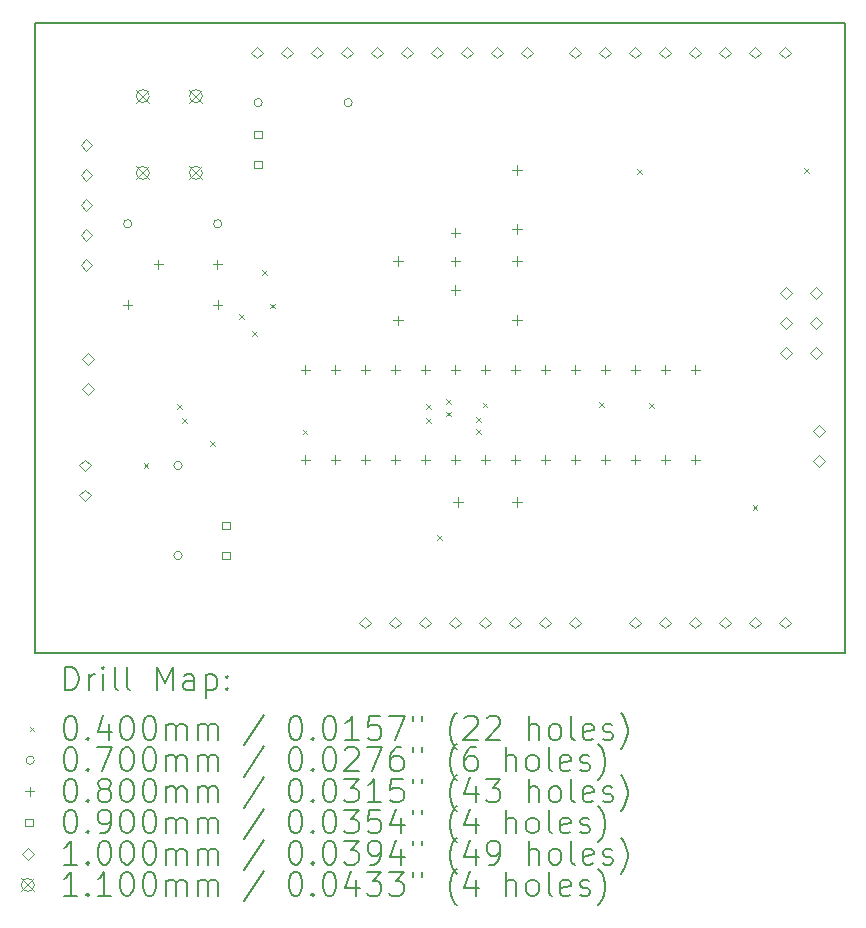
<source format=gbr>
%TF.GenerationSoftware,KiCad,Pcbnew,8.0.7*%
%TF.CreationDate,2025-01-27T00:18:21+09:00*%
%TF.ProjectId,arduino_clone,61726475-696e-46f5-9f63-6c6f6e652e6b,rev?*%
%TF.SameCoordinates,Original*%
%TF.FileFunction,Drillmap*%
%TF.FilePolarity,Positive*%
%FSLAX45Y45*%
G04 Gerber Fmt 4.5, Leading zero omitted, Abs format (unit mm)*
G04 Created by KiCad (PCBNEW 8.0.7) date 2025-01-27 00:18:21*
%MOMM*%
%LPD*%
G01*
G04 APERTURE LIST*
%ADD10C,0.150000*%
%ADD11C,0.200000*%
%ADD12C,0.100000*%
%ADD13C,0.110000*%
G04 APERTURE END LIST*
D10*
X10050000Y-10000000D02*
X10000000Y-10000000D01*
X10076200Y-4666000D02*
X10000000Y-4666000D01*
X10000000Y-4742200D02*
X10000000Y-4666000D01*
X16858000Y-6190000D02*
X16858000Y-4666000D01*
X16350000Y-4666000D02*
X16858000Y-4666000D01*
X16858000Y-9619000D02*
X16858000Y-10000000D01*
X16527800Y-10000000D02*
X16858000Y-10000000D01*
X10000000Y-10000000D02*
X10000000Y-4742200D01*
X16858000Y-6190000D02*
X16858000Y-9619000D01*
X16527800Y-10000000D02*
X10050000Y-10000000D01*
X10076200Y-4666000D02*
X16350000Y-4666000D01*
D11*
D12*
X10919000Y-8396000D02*
X10959000Y-8436000D01*
X10959000Y-8396000D02*
X10919000Y-8436000D01*
X11201000Y-7896000D02*
X11241000Y-7936000D01*
X11241000Y-7896000D02*
X11201000Y-7936000D01*
X11244000Y-8018000D02*
X11284000Y-8058000D01*
X11284000Y-8018000D02*
X11244000Y-8058000D01*
X11484000Y-8210000D02*
X11524000Y-8250000D01*
X11524000Y-8210000D02*
X11484000Y-8250000D01*
X11727000Y-7134000D02*
X11767000Y-7174000D01*
X11767000Y-7134000D02*
X11727000Y-7174000D01*
X11835000Y-7277000D02*
X11875000Y-7317000D01*
X11875000Y-7277000D02*
X11835000Y-7317000D01*
X11923000Y-6760000D02*
X11963000Y-6800000D01*
X11963000Y-6760000D02*
X11923000Y-6800000D01*
X11989000Y-7047000D02*
X12029000Y-7087000D01*
X12029000Y-7047000D02*
X11989000Y-7087000D01*
X12265000Y-8113000D02*
X12305000Y-8153000D01*
X12305000Y-8113000D02*
X12265000Y-8153000D01*
X13309000Y-7896000D02*
X13349000Y-7936000D01*
X13349000Y-7896000D02*
X13309000Y-7936000D01*
X13311000Y-8018000D02*
X13351000Y-8058000D01*
X13351000Y-8018000D02*
X13311000Y-8058000D01*
X13406000Y-9007000D02*
X13446000Y-9047000D01*
X13446000Y-9007000D02*
X13406000Y-9047000D01*
X13477000Y-7857563D02*
X13517000Y-7897563D01*
X13517000Y-7857563D02*
X13477000Y-7897563D01*
X13479000Y-7961000D02*
X13519000Y-8001000D01*
X13519000Y-7961000D02*
X13479000Y-8001000D01*
X13734000Y-8106000D02*
X13774000Y-8146000D01*
X13774000Y-8106000D02*
X13734000Y-8146000D01*
X13736000Y-8010000D02*
X13776000Y-8050000D01*
X13776000Y-8010000D02*
X13736000Y-8050000D01*
X13788000Y-7885000D02*
X13828000Y-7925000D01*
X13828000Y-7885000D02*
X13788000Y-7925000D01*
X14776000Y-7878000D02*
X14816000Y-7918000D01*
X14816000Y-7878000D02*
X14776000Y-7918000D01*
X15094000Y-5907000D02*
X15134000Y-5947000D01*
X15134000Y-5907000D02*
X15094000Y-5947000D01*
X15196000Y-7891000D02*
X15236000Y-7931000D01*
X15236000Y-7891000D02*
X15196000Y-7931000D01*
X16075000Y-8754000D02*
X16115000Y-8794000D01*
X16115000Y-8754000D02*
X16075000Y-8794000D01*
X16510000Y-5898000D02*
X16550000Y-5938000D01*
X16550000Y-5898000D02*
X16510000Y-5938000D01*
X10818000Y-6370000D02*
G75*
G02*
X10748000Y-6370000I-35000J0D01*
G01*
X10748000Y-6370000D02*
G75*
G02*
X10818000Y-6370000I35000J0D01*
G01*
X11244000Y-8417000D02*
G75*
G02*
X11174000Y-8417000I-35000J0D01*
G01*
X11174000Y-8417000D02*
G75*
G02*
X11244000Y-8417000I35000J0D01*
G01*
X11244000Y-9179000D02*
G75*
G02*
X11174000Y-9179000I-35000J0D01*
G01*
X11174000Y-9179000D02*
G75*
G02*
X11244000Y-9179000I35000J0D01*
G01*
X11580000Y-6370000D02*
G75*
G02*
X11510000Y-6370000I-35000J0D01*
G01*
X11510000Y-6370000D02*
G75*
G02*
X11580000Y-6370000I35000J0D01*
G01*
X11923000Y-5344000D02*
G75*
G02*
X11853000Y-5344000I-35000J0D01*
G01*
X11853000Y-5344000D02*
G75*
G02*
X11923000Y-5344000I35000J0D01*
G01*
X12685000Y-5344000D02*
G75*
G02*
X12615000Y-5344000I-35000J0D01*
G01*
X12615000Y-5344000D02*
G75*
G02*
X12685000Y-5344000I35000J0D01*
G01*
X10784000Y-7014000D02*
X10784000Y-7094000D01*
X10744000Y-7054000D02*
X10824000Y-7054000D01*
X11043000Y-6673000D02*
X11043000Y-6753000D01*
X11003000Y-6713000D02*
X11083000Y-6713000D01*
X11543000Y-6673000D02*
X11543000Y-6753000D01*
X11503000Y-6713000D02*
X11583000Y-6713000D01*
X11546000Y-7014000D02*
X11546000Y-7094000D01*
X11506000Y-7054000D02*
X11586000Y-7054000D01*
X12287000Y-7565000D02*
X12287000Y-7645000D01*
X12247000Y-7605000D02*
X12327000Y-7605000D01*
X12287000Y-8327000D02*
X12287000Y-8407000D01*
X12247000Y-8367000D02*
X12327000Y-8367000D01*
X12541000Y-7565000D02*
X12541000Y-7645000D01*
X12501000Y-7605000D02*
X12581000Y-7605000D01*
X12541000Y-8327000D02*
X12541000Y-8407000D01*
X12501000Y-8367000D02*
X12581000Y-8367000D01*
X12795000Y-7565000D02*
X12795000Y-7645000D01*
X12755000Y-7605000D02*
X12835000Y-7605000D01*
X12795000Y-8327000D02*
X12795000Y-8407000D01*
X12755000Y-8367000D02*
X12835000Y-8367000D01*
X13049000Y-7565000D02*
X13049000Y-7645000D01*
X13009000Y-7605000D02*
X13089000Y-7605000D01*
X13049000Y-8327000D02*
X13049000Y-8407000D01*
X13009000Y-8367000D02*
X13089000Y-8367000D01*
X13071000Y-6647000D02*
X13071000Y-6727000D01*
X13031000Y-6687000D02*
X13111000Y-6687000D01*
X13071000Y-7147000D02*
X13071000Y-7227000D01*
X13031000Y-7187000D02*
X13111000Y-7187000D01*
X13303000Y-7565000D02*
X13303000Y-7645000D01*
X13263000Y-7605000D02*
X13343000Y-7605000D01*
X13303000Y-8327000D02*
X13303000Y-8407000D01*
X13263000Y-8367000D02*
X13343000Y-8367000D01*
X13557000Y-7565000D02*
X13557000Y-7645000D01*
X13517000Y-7605000D02*
X13597000Y-7605000D01*
X13557000Y-8327000D02*
X13557000Y-8407000D01*
X13517000Y-8367000D02*
X13597000Y-8367000D01*
X13558000Y-6404000D02*
X13558000Y-6484000D01*
X13518000Y-6444000D02*
X13598000Y-6444000D01*
X13558000Y-6648000D02*
X13558000Y-6728000D01*
X13518000Y-6688000D02*
X13598000Y-6688000D01*
X13558000Y-6892000D02*
X13558000Y-6972000D01*
X13518000Y-6932000D02*
X13598000Y-6932000D01*
X13579000Y-8685000D02*
X13579000Y-8765000D01*
X13539000Y-8725000D02*
X13619000Y-8725000D01*
X13811000Y-7565000D02*
X13811000Y-7645000D01*
X13771000Y-7605000D02*
X13851000Y-7605000D01*
X13811000Y-8327000D02*
X13811000Y-8407000D01*
X13771000Y-8367000D02*
X13851000Y-8367000D01*
X14065000Y-7565000D02*
X14065000Y-7645000D01*
X14025000Y-7605000D02*
X14105000Y-7605000D01*
X14065000Y-8327000D02*
X14065000Y-8407000D01*
X14025000Y-8367000D02*
X14105000Y-8367000D01*
X14079000Y-5875000D02*
X14079000Y-5955000D01*
X14039000Y-5915000D02*
X14119000Y-5915000D01*
X14079000Y-6375000D02*
X14079000Y-6455000D01*
X14039000Y-6415000D02*
X14119000Y-6415000D01*
X14079000Y-8685000D02*
X14079000Y-8765000D01*
X14039000Y-8725000D02*
X14119000Y-8725000D01*
X14081000Y-6645000D02*
X14081000Y-6725000D01*
X14041000Y-6685000D02*
X14121000Y-6685000D01*
X14081000Y-7145000D02*
X14081000Y-7225000D01*
X14041000Y-7185000D02*
X14121000Y-7185000D01*
X14319000Y-7565000D02*
X14319000Y-7645000D01*
X14279000Y-7605000D02*
X14359000Y-7605000D01*
X14319000Y-8327000D02*
X14319000Y-8407000D01*
X14279000Y-8367000D02*
X14359000Y-8367000D01*
X14573000Y-7565000D02*
X14573000Y-7645000D01*
X14533000Y-7605000D02*
X14613000Y-7605000D01*
X14573000Y-8327000D02*
X14573000Y-8407000D01*
X14533000Y-8367000D02*
X14613000Y-8367000D01*
X14827000Y-7565000D02*
X14827000Y-7645000D01*
X14787000Y-7605000D02*
X14867000Y-7605000D01*
X14827000Y-8327000D02*
X14827000Y-8407000D01*
X14787000Y-8367000D02*
X14867000Y-8367000D01*
X15081000Y-7565000D02*
X15081000Y-7645000D01*
X15041000Y-7605000D02*
X15121000Y-7605000D01*
X15081000Y-8327000D02*
X15081000Y-8407000D01*
X15041000Y-8367000D02*
X15121000Y-8367000D01*
X15335000Y-7565000D02*
X15335000Y-7645000D01*
X15295000Y-7605000D02*
X15375000Y-7605000D01*
X15335000Y-8327000D02*
X15335000Y-8407000D01*
X15295000Y-8367000D02*
X15375000Y-8367000D01*
X15589000Y-7565000D02*
X15589000Y-7645000D01*
X15549000Y-7605000D02*
X15629000Y-7605000D01*
X15589000Y-8327000D02*
X15589000Y-8407000D01*
X15549000Y-8367000D02*
X15629000Y-8367000D01*
X11647820Y-8957820D02*
X11647820Y-8894180D01*
X11584180Y-8894180D01*
X11584180Y-8957820D01*
X11647820Y-8957820D01*
X11647820Y-9211820D02*
X11647820Y-9148180D01*
X11584180Y-9148180D01*
X11584180Y-9211820D01*
X11647820Y-9211820D01*
X11918820Y-5647820D02*
X11918820Y-5584180D01*
X11855180Y-5584180D01*
X11855180Y-5647820D01*
X11918820Y-5647820D01*
X11918820Y-5901820D02*
X11918820Y-5838180D01*
X11855180Y-5838180D01*
X11855180Y-5901820D01*
X11918820Y-5901820D01*
X10422500Y-8466500D02*
X10472500Y-8416500D01*
X10422500Y-8366500D01*
X10372500Y-8416500D01*
X10422500Y-8466500D01*
X10422500Y-8720500D02*
X10472500Y-8670500D01*
X10422500Y-8620500D01*
X10372500Y-8670500D01*
X10422500Y-8720500D01*
X10434000Y-5753000D02*
X10484000Y-5703000D01*
X10434000Y-5653000D01*
X10384000Y-5703000D01*
X10434000Y-5753000D01*
X10434000Y-6007000D02*
X10484000Y-5957000D01*
X10434000Y-5907000D01*
X10384000Y-5957000D01*
X10434000Y-6007000D01*
X10434000Y-6261000D02*
X10484000Y-6211000D01*
X10434000Y-6161000D01*
X10384000Y-6211000D01*
X10434000Y-6261000D01*
X10434000Y-6515000D02*
X10484000Y-6465000D01*
X10434000Y-6415000D01*
X10384000Y-6465000D01*
X10434000Y-6515000D01*
X10434000Y-6769000D02*
X10484000Y-6719000D01*
X10434000Y-6669000D01*
X10384000Y-6719000D01*
X10434000Y-6769000D01*
X10445500Y-7563500D02*
X10495500Y-7513500D01*
X10445500Y-7463500D01*
X10395500Y-7513500D01*
X10445500Y-7563500D01*
X10445500Y-7817500D02*
X10495500Y-7767500D01*
X10445500Y-7717500D01*
X10395500Y-7767500D01*
X10445500Y-7817500D01*
X11879600Y-4970000D02*
X11929600Y-4920000D01*
X11879600Y-4870000D01*
X11829600Y-4920000D01*
X11879600Y-4970000D01*
X12133600Y-4970000D02*
X12183600Y-4920000D01*
X12133600Y-4870000D01*
X12083600Y-4920000D01*
X12133600Y-4970000D01*
X12387600Y-4970000D02*
X12437600Y-4920000D01*
X12387600Y-4870000D01*
X12337600Y-4920000D01*
X12387600Y-4970000D01*
X12641600Y-4970000D02*
X12691600Y-4920000D01*
X12641600Y-4870000D01*
X12591600Y-4920000D01*
X12641600Y-4970000D01*
X12794000Y-9796000D02*
X12844000Y-9746000D01*
X12794000Y-9696000D01*
X12744000Y-9746000D01*
X12794000Y-9796000D01*
X12895600Y-4970000D02*
X12945600Y-4920000D01*
X12895600Y-4870000D01*
X12845600Y-4920000D01*
X12895600Y-4970000D01*
X13048000Y-9796000D02*
X13098000Y-9746000D01*
X13048000Y-9696000D01*
X12998000Y-9746000D01*
X13048000Y-9796000D01*
X13149600Y-4970000D02*
X13199600Y-4920000D01*
X13149600Y-4870000D01*
X13099600Y-4920000D01*
X13149600Y-4970000D01*
X13302000Y-9796000D02*
X13352000Y-9746000D01*
X13302000Y-9696000D01*
X13252000Y-9746000D01*
X13302000Y-9796000D01*
X13403600Y-4970000D02*
X13453600Y-4920000D01*
X13403600Y-4870000D01*
X13353600Y-4920000D01*
X13403600Y-4970000D01*
X13556000Y-9796000D02*
X13606000Y-9746000D01*
X13556000Y-9696000D01*
X13506000Y-9746000D01*
X13556000Y-9796000D01*
X13657600Y-4970000D02*
X13707600Y-4920000D01*
X13657600Y-4870000D01*
X13607600Y-4920000D01*
X13657600Y-4970000D01*
X13810000Y-9796000D02*
X13860000Y-9746000D01*
X13810000Y-9696000D01*
X13760000Y-9746000D01*
X13810000Y-9796000D01*
X13911600Y-4970000D02*
X13961600Y-4920000D01*
X13911600Y-4870000D01*
X13861600Y-4920000D01*
X13911600Y-4970000D01*
X14064000Y-9796000D02*
X14114000Y-9746000D01*
X14064000Y-9696000D01*
X14014000Y-9746000D01*
X14064000Y-9796000D01*
X14165600Y-4970000D02*
X14215600Y-4920000D01*
X14165600Y-4870000D01*
X14115600Y-4920000D01*
X14165600Y-4970000D01*
X14318000Y-9796000D02*
X14368000Y-9746000D01*
X14318000Y-9696000D01*
X14268000Y-9746000D01*
X14318000Y-9796000D01*
X14572000Y-4970000D02*
X14622000Y-4920000D01*
X14572000Y-4870000D01*
X14522000Y-4920000D01*
X14572000Y-4970000D01*
X14572000Y-9796000D02*
X14622000Y-9746000D01*
X14572000Y-9696000D01*
X14522000Y-9746000D01*
X14572000Y-9796000D01*
X14826000Y-4970000D02*
X14876000Y-4920000D01*
X14826000Y-4870000D01*
X14776000Y-4920000D01*
X14826000Y-4970000D01*
X15080000Y-4970000D02*
X15130000Y-4920000D01*
X15080000Y-4870000D01*
X15030000Y-4920000D01*
X15080000Y-4970000D01*
X15080000Y-9796000D02*
X15130000Y-9746000D01*
X15080000Y-9696000D01*
X15030000Y-9746000D01*
X15080000Y-9796000D01*
X15334000Y-4970000D02*
X15384000Y-4920000D01*
X15334000Y-4870000D01*
X15284000Y-4920000D01*
X15334000Y-4970000D01*
X15334000Y-9796000D02*
X15384000Y-9746000D01*
X15334000Y-9696000D01*
X15284000Y-9746000D01*
X15334000Y-9796000D01*
X15588000Y-4970000D02*
X15638000Y-4920000D01*
X15588000Y-4870000D01*
X15538000Y-4920000D01*
X15588000Y-4970000D01*
X15588000Y-9796000D02*
X15638000Y-9746000D01*
X15588000Y-9696000D01*
X15538000Y-9746000D01*
X15588000Y-9796000D01*
X15842000Y-4970000D02*
X15892000Y-4920000D01*
X15842000Y-4870000D01*
X15792000Y-4920000D01*
X15842000Y-4970000D01*
X15842000Y-9796000D02*
X15892000Y-9746000D01*
X15842000Y-9696000D01*
X15792000Y-9746000D01*
X15842000Y-9796000D01*
X16096000Y-4970000D02*
X16146000Y-4920000D01*
X16096000Y-4870000D01*
X16046000Y-4920000D01*
X16096000Y-4970000D01*
X16096000Y-9796000D02*
X16146000Y-9746000D01*
X16096000Y-9696000D01*
X16046000Y-9746000D01*
X16096000Y-9796000D01*
X16350000Y-4970000D02*
X16400000Y-4920000D01*
X16350000Y-4870000D01*
X16300000Y-4920000D01*
X16350000Y-4970000D01*
X16350000Y-9796000D02*
X16400000Y-9746000D01*
X16350000Y-9696000D01*
X16300000Y-9746000D01*
X16350000Y-9796000D01*
X16360000Y-7003000D02*
X16410000Y-6953000D01*
X16360000Y-6903000D01*
X16310000Y-6953000D01*
X16360000Y-7003000D01*
X16360000Y-7257000D02*
X16410000Y-7207000D01*
X16360000Y-7157000D01*
X16310000Y-7207000D01*
X16360000Y-7257000D01*
X16360000Y-7511000D02*
X16410000Y-7461000D01*
X16360000Y-7411000D01*
X16310000Y-7461000D01*
X16360000Y-7511000D01*
X16614000Y-7003000D02*
X16664000Y-6953000D01*
X16614000Y-6903000D01*
X16564000Y-6953000D01*
X16614000Y-7003000D01*
X16614000Y-7257000D02*
X16664000Y-7207000D01*
X16614000Y-7157000D01*
X16564000Y-7207000D01*
X16614000Y-7257000D01*
X16614000Y-7511000D02*
X16664000Y-7461000D01*
X16614000Y-7411000D01*
X16564000Y-7461000D01*
X16614000Y-7511000D01*
X16636000Y-8174500D02*
X16686000Y-8124500D01*
X16636000Y-8074500D01*
X16586000Y-8124500D01*
X16636000Y-8174500D01*
X16636000Y-8428500D02*
X16686000Y-8378500D01*
X16636000Y-8328500D01*
X16586000Y-8378500D01*
X16636000Y-8428500D01*
D13*
X10856000Y-5234000D02*
X10966000Y-5344000D01*
X10966000Y-5234000D02*
X10856000Y-5344000D01*
X10966000Y-5289000D02*
G75*
G02*
X10856000Y-5289000I-55000J0D01*
G01*
X10856000Y-5289000D02*
G75*
G02*
X10966000Y-5289000I55000J0D01*
G01*
X10856000Y-5884000D02*
X10966000Y-5994000D01*
X10966000Y-5884000D02*
X10856000Y-5994000D01*
X10966000Y-5939000D02*
G75*
G02*
X10856000Y-5939000I-55000J0D01*
G01*
X10856000Y-5939000D02*
G75*
G02*
X10966000Y-5939000I55000J0D01*
G01*
X11306000Y-5234000D02*
X11416000Y-5344000D01*
X11416000Y-5234000D02*
X11306000Y-5344000D01*
X11416000Y-5289000D02*
G75*
G02*
X11306000Y-5289000I-55000J0D01*
G01*
X11306000Y-5289000D02*
G75*
G02*
X11416000Y-5289000I55000J0D01*
G01*
X11306000Y-5884000D02*
X11416000Y-5994000D01*
X11416000Y-5884000D02*
X11306000Y-5994000D01*
X11416000Y-5939000D02*
G75*
G02*
X11306000Y-5939000I-55000J0D01*
G01*
X11306000Y-5939000D02*
G75*
G02*
X11416000Y-5939000I55000J0D01*
G01*
D11*
X10253277Y-10318984D02*
X10253277Y-10118984D01*
X10253277Y-10118984D02*
X10300896Y-10118984D01*
X10300896Y-10118984D02*
X10329467Y-10128508D01*
X10329467Y-10128508D02*
X10348515Y-10147555D01*
X10348515Y-10147555D02*
X10358039Y-10166603D01*
X10358039Y-10166603D02*
X10367563Y-10204698D01*
X10367563Y-10204698D02*
X10367563Y-10233270D01*
X10367563Y-10233270D02*
X10358039Y-10271365D01*
X10358039Y-10271365D02*
X10348515Y-10290412D01*
X10348515Y-10290412D02*
X10329467Y-10309460D01*
X10329467Y-10309460D02*
X10300896Y-10318984D01*
X10300896Y-10318984D02*
X10253277Y-10318984D01*
X10453277Y-10318984D02*
X10453277Y-10185650D01*
X10453277Y-10223746D02*
X10462801Y-10204698D01*
X10462801Y-10204698D02*
X10472324Y-10195174D01*
X10472324Y-10195174D02*
X10491372Y-10185650D01*
X10491372Y-10185650D02*
X10510420Y-10185650D01*
X10577086Y-10318984D02*
X10577086Y-10185650D01*
X10577086Y-10118984D02*
X10567563Y-10128508D01*
X10567563Y-10128508D02*
X10577086Y-10138031D01*
X10577086Y-10138031D02*
X10586610Y-10128508D01*
X10586610Y-10128508D02*
X10577086Y-10118984D01*
X10577086Y-10118984D02*
X10577086Y-10138031D01*
X10700896Y-10318984D02*
X10681848Y-10309460D01*
X10681848Y-10309460D02*
X10672324Y-10290412D01*
X10672324Y-10290412D02*
X10672324Y-10118984D01*
X10805658Y-10318984D02*
X10786610Y-10309460D01*
X10786610Y-10309460D02*
X10777086Y-10290412D01*
X10777086Y-10290412D02*
X10777086Y-10118984D01*
X11034229Y-10318984D02*
X11034229Y-10118984D01*
X11034229Y-10118984D02*
X11100896Y-10261841D01*
X11100896Y-10261841D02*
X11167563Y-10118984D01*
X11167563Y-10118984D02*
X11167563Y-10318984D01*
X11348515Y-10318984D02*
X11348515Y-10214222D01*
X11348515Y-10214222D02*
X11338991Y-10195174D01*
X11338991Y-10195174D02*
X11319943Y-10185650D01*
X11319943Y-10185650D02*
X11281848Y-10185650D01*
X11281848Y-10185650D02*
X11262801Y-10195174D01*
X11348515Y-10309460D02*
X11329467Y-10318984D01*
X11329467Y-10318984D02*
X11281848Y-10318984D01*
X11281848Y-10318984D02*
X11262801Y-10309460D01*
X11262801Y-10309460D02*
X11253277Y-10290412D01*
X11253277Y-10290412D02*
X11253277Y-10271365D01*
X11253277Y-10271365D02*
X11262801Y-10252317D01*
X11262801Y-10252317D02*
X11281848Y-10242793D01*
X11281848Y-10242793D02*
X11329467Y-10242793D01*
X11329467Y-10242793D02*
X11348515Y-10233270D01*
X11443753Y-10185650D02*
X11443753Y-10385650D01*
X11443753Y-10195174D02*
X11462801Y-10185650D01*
X11462801Y-10185650D02*
X11500896Y-10185650D01*
X11500896Y-10185650D02*
X11519943Y-10195174D01*
X11519943Y-10195174D02*
X11529467Y-10204698D01*
X11529467Y-10204698D02*
X11538991Y-10223746D01*
X11538991Y-10223746D02*
X11538991Y-10280889D01*
X11538991Y-10280889D02*
X11529467Y-10299936D01*
X11529467Y-10299936D02*
X11519943Y-10309460D01*
X11519943Y-10309460D02*
X11500896Y-10318984D01*
X11500896Y-10318984D02*
X11462801Y-10318984D01*
X11462801Y-10318984D02*
X11443753Y-10309460D01*
X11624705Y-10299936D02*
X11634229Y-10309460D01*
X11634229Y-10309460D02*
X11624705Y-10318984D01*
X11624705Y-10318984D02*
X11615182Y-10309460D01*
X11615182Y-10309460D02*
X11624705Y-10299936D01*
X11624705Y-10299936D02*
X11624705Y-10318984D01*
X11624705Y-10195174D02*
X11634229Y-10204698D01*
X11634229Y-10204698D02*
X11624705Y-10214222D01*
X11624705Y-10214222D02*
X11615182Y-10204698D01*
X11615182Y-10204698D02*
X11624705Y-10195174D01*
X11624705Y-10195174D02*
X11624705Y-10214222D01*
D12*
X9952500Y-10627500D02*
X9992500Y-10667500D01*
X9992500Y-10627500D02*
X9952500Y-10667500D01*
D11*
X10291372Y-10538984D02*
X10310420Y-10538984D01*
X10310420Y-10538984D02*
X10329467Y-10548508D01*
X10329467Y-10548508D02*
X10338991Y-10558031D01*
X10338991Y-10558031D02*
X10348515Y-10577079D01*
X10348515Y-10577079D02*
X10358039Y-10615174D01*
X10358039Y-10615174D02*
X10358039Y-10662793D01*
X10358039Y-10662793D02*
X10348515Y-10700889D01*
X10348515Y-10700889D02*
X10338991Y-10719936D01*
X10338991Y-10719936D02*
X10329467Y-10729460D01*
X10329467Y-10729460D02*
X10310420Y-10738984D01*
X10310420Y-10738984D02*
X10291372Y-10738984D01*
X10291372Y-10738984D02*
X10272324Y-10729460D01*
X10272324Y-10729460D02*
X10262801Y-10719936D01*
X10262801Y-10719936D02*
X10253277Y-10700889D01*
X10253277Y-10700889D02*
X10243753Y-10662793D01*
X10243753Y-10662793D02*
X10243753Y-10615174D01*
X10243753Y-10615174D02*
X10253277Y-10577079D01*
X10253277Y-10577079D02*
X10262801Y-10558031D01*
X10262801Y-10558031D02*
X10272324Y-10548508D01*
X10272324Y-10548508D02*
X10291372Y-10538984D01*
X10443753Y-10719936D02*
X10453277Y-10729460D01*
X10453277Y-10729460D02*
X10443753Y-10738984D01*
X10443753Y-10738984D02*
X10434229Y-10729460D01*
X10434229Y-10729460D02*
X10443753Y-10719936D01*
X10443753Y-10719936D02*
X10443753Y-10738984D01*
X10624705Y-10605650D02*
X10624705Y-10738984D01*
X10577086Y-10529460D02*
X10529467Y-10672317D01*
X10529467Y-10672317D02*
X10653277Y-10672317D01*
X10767563Y-10538984D02*
X10786610Y-10538984D01*
X10786610Y-10538984D02*
X10805658Y-10548508D01*
X10805658Y-10548508D02*
X10815182Y-10558031D01*
X10815182Y-10558031D02*
X10824705Y-10577079D01*
X10824705Y-10577079D02*
X10834229Y-10615174D01*
X10834229Y-10615174D02*
X10834229Y-10662793D01*
X10834229Y-10662793D02*
X10824705Y-10700889D01*
X10824705Y-10700889D02*
X10815182Y-10719936D01*
X10815182Y-10719936D02*
X10805658Y-10729460D01*
X10805658Y-10729460D02*
X10786610Y-10738984D01*
X10786610Y-10738984D02*
X10767563Y-10738984D01*
X10767563Y-10738984D02*
X10748515Y-10729460D01*
X10748515Y-10729460D02*
X10738991Y-10719936D01*
X10738991Y-10719936D02*
X10729467Y-10700889D01*
X10729467Y-10700889D02*
X10719944Y-10662793D01*
X10719944Y-10662793D02*
X10719944Y-10615174D01*
X10719944Y-10615174D02*
X10729467Y-10577079D01*
X10729467Y-10577079D02*
X10738991Y-10558031D01*
X10738991Y-10558031D02*
X10748515Y-10548508D01*
X10748515Y-10548508D02*
X10767563Y-10538984D01*
X10958039Y-10538984D02*
X10977086Y-10538984D01*
X10977086Y-10538984D02*
X10996134Y-10548508D01*
X10996134Y-10548508D02*
X11005658Y-10558031D01*
X11005658Y-10558031D02*
X11015182Y-10577079D01*
X11015182Y-10577079D02*
X11024705Y-10615174D01*
X11024705Y-10615174D02*
X11024705Y-10662793D01*
X11024705Y-10662793D02*
X11015182Y-10700889D01*
X11015182Y-10700889D02*
X11005658Y-10719936D01*
X11005658Y-10719936D02*
X10996134Y-10729460D01*
X10996134Y-10729460D02*
X10977086Y-10738984D01*
X10977086Y-10738984D02*
X10958039Y-10738984D01*
X10958039Y-10738984D02*
X10938991Y-10729460D01*
X10938991Y-10729460D02*
X10929467Y-10719936D01*
X10929467Y-10719936D02*
X10919944Y-10700889D01*
X10919944Y-10700889D02*
X10910420Y-10662793D01*
X10910420Y-10662793D02*
X10910420Y-10615174D01*
X10910420Y-10615174D02*
X10919944Y-10577079D01*
X10919944Y-10577079D02*
X10929467Y-10558031D01*
X10929467Y-10558031D02*
X10938991Y-10548508D01*
X10938991Y-10548508D02*
X10958039Y-10538984D01*
X11110420Y-10738984D02*
X11110420Y-10605650D01*
X11110420Y-10624698D02*
X11119944Y-10615174D01*
X11119944Y-10615174D02*
X11138991Y-10605650D01*
X11138991Y-10605650D02*
X11167563Y-10605650D01*
X11167563Y-10605650D02*
X11186610Y-10615174D01*
X11186610Y-10615174D02*
X11196134Y-10634222D01*
X11196134Y-10634222D02*
X11196134Y-10738984D01*
X11196134Y-10634222D02*
X11205658Y-10615174D01*
X11205658Y-10615174D02*
X11224705Y-10605650D01*
X11224705Y-10605650D02*
X11253277Y-10605650D01*
X11253277Y-10605650D02*
X11272324Y-10615174D01*
X11272324Y-10615174D02*
X11281848Y-10634222D01*
X11281848Y-10634222D02*
X11281848Y-10738984D01*
X11377086Y-10738984D02*
X11377086Y-10605650D01*
X11377086Y-10624698D02*
X11386610Y-10615174D01*
X11386610Y-10615174D02*
X11405658Y-10605650D01*
X11405658Y-10605650D02*
X11434229Y-10605650D01*
X11434229Y-10605650D02*
X11453277Y-10615174D01*
X11453277Y-10615174D02*
X11462801Y-10634222D01*
X11462801Y-10634222D02*
X11462801Y-10738984D01*
X11462801Y-10634222D02*
X11472324Y-10615174D01*
X11472324Y-10615174D02*
X11491372Y-10605650D01*
X11491372Y-10605650D02*
X11519943Y-10605650D01*
X11519943Y-10605650D02*
X11538991Y-10615174D01*
X11538991Y-10615174D02*
X11548515Y-10634222D01*
X11548515Y-10634222D02*
X11548515Y-10738984D01*
X11938991Y-10529460D02*
X11767563Y-10786603D01*
X12196134Y-10538984D02*
X12215182Y-10538984D01*
X12215182Y-10538984D02*
X12234229Y-10548508D01*
X12234229Y-10548508D02*
X12243753Y-10558031D01*
X12243753Y-10558031D02*
X12253277Y-10577079D01*
X12253277Y-10577079D02*
X12262801Y-10615174D01*
X12262801Y-10615174D02*
X12262801Y-10662793D01*
X12262801Y-10662793D02*
X12253277Y-10700889D01*
X12253277Y-10700889D02*
X12243753Y-10719936D01*
X12243753Y-10719936D02*
X12234229Y-10729460D01*
X12234229Y-10729460D02*
X12215182Y-10738984D01*
X12215182Y-10738984D02*
X12196134Y-10738984D01*
X12196134Y-10738984D02*
X12177086Y-10729460D01*
X12177086Y-10729460D02*
X12167563Y-10719936D01*
X12167563Y-10719936D02*
X12158039Y-10700889D01*
X12158039Y-10700889D02*
X12148515Y-10662793D01*
X12148515Y-10662793D02*
X12148515Y-10615174D01*
X12148515Y-10615174D02*
X12158039Y-10577079D01*
X12158039Y-10577079D02*
X12167563Y-10558031D01*
X12167563Y-10558031D02*
X12177086Y-10548508D01*
X12177086Y-10548508D02*
X12196134Y-10538984D01*
X12348515Y-10719936D02*
X12358039Y-10729460D01*
X12358039Y-10729460D02*
X12348515Y-10738984D01*
X12348515Y-10738984D02*
X12338991Y-10729460D01*
X12338991Y-10729460D02*
X12348515Y-10719936D01*
X12348515Y-10719936D02*
X12348515Y-10738984D01*
X12481848Y-10538984D02*
X12500896Y-10538984D01*
X12500896Y-10538984D02*
X12519944Y-10548508D01*
X12519944Y-10548508D02*
X12529467Y-10558031D01*
X12529467Y-10558031D02*
X12538991Y-10577079D01*
X12538991Y-10577079D02*
X12548515Y-10615174D01*
X12548515Y-10615174D02*
X12548515Y-10662793D01*
X12548515Y-10662793D02*
X12538991Y-10700889D01*
X12538991Y-10700889D02*
X12529467Y-10719936D01*
X12529467Y-10719936D02*
X12519944Y-10729460D01*
X12519944Y-10729460D02*
X12500896Y-10738984D01*
X12500896Y-10738984D02*
X12481848Y-10738984D01*
X12481848Y-10738984D02*
X12462801Y-10729460D01*
X12462801Y-10729460D02*
X12453277Y-10719936D01*
X12453277Y-10719936D02*
X12443753Y-10700889D01*
X12443753Y-10700889D02*
X12434229Y-10662793D01*
X12434229Y-10662793D02*
X12434229Y-10615174D01*
X12434229Y-10615174D02*
X12443753Y-10577079D01*
X12443753Y-10577079D02*
X12453277Y-10558031D01*
X12453277Y-10558031D02*
X12462801Y-10548508D01*
X12462801Y-10548508D02*
X12481848Y-10538984D01*
X12738991Y-10738984D02*
X12624706Y-10738984D01*
X12681848Y-10738984D02*
X12681848Y-10538984D01*
X12681848Y-10538984D02*
X12662801Y-10567555D01*
X12662801Y-10567555D02*
X12643753Y-10586603D01*
X12643753Y-10586603D02*
X12624706Y-10596127D01*
X12919944Y-10538984D02*
X12824706Y-10538984D01*
X12824706Y-10538984D02*
X12815182Y-10634222D01*
X12815182Y-10634222D02*
X12824706Y-10624698D01*
X12824706Y-10624698D02*
X12843753Y-10615174D01*
X12843753Y-10615174D02*
X12891372Y-10615174D01*
X12891372Y-10615174D02*
X12910420Y-10624698D01*
X12910420Y-10624698D02*
X12919944Y-10634222D01*
X12919944Y-10634222D02*
X12929467Y-10653270D01*
X12929467Y-10653270D02*
X12929467Y-10700889D01*
X12929467Y-10700889D02*
X12919944Y-10719936D01*
X12919944Y-10719936D02*
X12910420Y-10729460D01*
X12910420Y-10729460D02*
X12891372Y-10738984D01*
X12891372Y-10738984D02*
X12843753Y-10738984D01*
X12843753Y-10738984D02*
X12824706Y-10729460D01*
X12824706Y-10729460D02*
X12815182Y-10719936D01*
X12996134Y-10538984D02*
X13129467Y-10538984D01*
X13129467Y-10538984D02*
X13043753Y-10738984D01*
X13196134Y-10538984D02*
X13196134Y-10577079D01*
X13272325Y-10538984D02*
X13272325Y-10577079D01*
X13567563Y-10815174D02*
X13558039Y-10805650D01*
X13558039Y-10805650D02*
X13538991Y-10777079D01*
X13538991Y-10777079D02*
X13529468Y-10758031D01*
X13529468Y-10758031D02*
X13519944Y-10729460D01*
X13519944Y-10729460D02*
X13510420Y-10681841D01*
X13510420Y-10681841D02*
X13510420Y-10643746D01*
X13510420Y-10643746D02*
X13519944Y-10596127D01*
X13519944Y-10596127D02*
X13529468Y-10567555D01*
X13529468Y-10567555D02*
X13538991Y-10548508D01*
X13538991Y-10548508D02*
X13558039Y-10519936D01*
X13558039Y-10519936D02*
X13567563Y-10510412D01*
X13634229Y-10558031D02*
X13643753Y-10548508D01*
X13643753Y-10548508D02*
X13662801Y-10538984D01*
X13662801Y-10538984D02*
X13710420Y-10538984D01*
X13710420Y-10538984D02*
X13729468Y-10548508D01*
X13729468Y-10548508D02*
X13738991Y-10558031D01*
X13738991Y-10558031D02*
X13748515Y-10577079D01*
X13748515Y-10577079D02*
X13748515Y-10596127D01*
X13748515Y-10596127D02*
X13738991Y-10624698D01*
X13738991Y-10624698D02*
X13624706Y-10738984D01*
X13624706Y-10738984D02*
X13748515Y-10738984D01*
X13824706Y-10558031D02*
X13834229Y-10548508D01*
X13834229Y-10548508D02*
X13853277Y-10538984D01*
X13853277Y-10538984D02*
X13900896Y-10538984D01*
X13900896Y-10538984D02*
X13919944Y-10548508D01*
X13919944Y-10548508D02*
X13929468Y-10558031D01*
X13929468Y-10558031D02*
X13938991Y-10577079D01*
X13938991Y-10577079D02*
X13938991Y-10596127D01*
X13938991Y-10596127D02*
X13929468Y-10624698D01*
X13929468Y-10624698D02*
X13815182Y-10738984D01*
X13815182Y-10738984D02*
X13938991Y-10738984D01*
X14177087Y-10738984D02*
X14177087Y-10538984D01*
X14262801Y-10738984D02*
X14262801Y-10634222D01*
X14262801Y-10634222D02*
X14253277Y-10615174D01*
X14253277Y-10615174D02*
X14234230Y-10605650D01*
X14234230Y-10605650D02*
X14205658Y-10605650D01*
X14205658Y-10605650D02*
X14186610Y-10615174D01*
X14186610Y-10615174D02*
X14177087Y-10624698D01*
X14386610Y-10738984D02*
X14367563Y-10729460D01*
X14367563Y-10729460D02*
X14358039Y-10719936D01*
X14358039Y-10719936D02*
X14348515Y-10700889D01*
X14348515Y-10700889D02*
X14348515Y-10643746D01*
X14348515Y-10643746D02*
X14358039Y-10624698D01*
X14358039Y-10624698D02*
X14367563Y-10615174D01*
X14367563Y-10615174D02*
X14386610Y-10605650D01*
X14386610Y-10605650D02*
X14415182Y-10605650D01*
X14415182Y-10605650D02*
X14434230Y-10615174D01*
X14434230Y-10615174D02*
X14443753Y-10624698D01*
X14443753Y-10624698D02*
X14453277Y-10643746D01*
X14453277Y-10643746D02*
X14453277Y-10700889D01*
X14453277Y-10700889D02*
X14443753Y-10719936D01*
X14443753Y-10719936D02*
X14434230Y-10729460D01*
X14434230Y-10729460D02*
X14415182Y-10738984D01*
X14415182Y-10738984D02*
X14386610Y-10738984D01*
X14567563Y-10738984D02*
X14548515Y-10729460D01*
X14548515Y-10729460D02*
X14538991Y-10710412D01*
X14538991Y-10710412D02*
X14538991Y-10538984D01*
X14719944Y-10729460D02*
X14700896Y-10738984D01*
X14700896Y-10738984D02*
X14662801Y-10738984D01*
X14662801Y-10738984D02*
X14643753Y-10729460D01*
X14643753Y-10729460D02*
X14634230Y-10710412D01*
X14634230Y-10710412D02*
X14634230Y-10634222D01*
X14634230Y-10634222D02*
X14643753Y-10615174D01*
X14643753Y-10615174D02*
X14662801Y-10605650D01*
X14662801Y-10605650D02*
X14700896Y-10605650D01*
X14700896Y-10605650D02*
X14719944Y-10615174D01*
X14719944Y-10615174D02*
X14729468Y-10634222D01*
X14729468Y-10634222D02*
X14729468Y-10653270D01*
X14729468Y-10653270D02*
X14634230Y-10672317D01*
X14805658Y-10729460D02*
X14824706Y-10738984D01*
X14824706Y-10738984D02*
X14862801Y-10738984D01*
X14862801Y-10738984D02*
X14881849Y-10729460D01*
X14881849Y-10729460D02*
X14891372Y-10710412D01*
X14891372Y-10710412D02*
X14891372Y-10700889D01*
X14891372Y-10700889D02*
X14881849Y-10681841D01*
X14881849Y-10681841D02*
X14862801Y-10672317D01*
X14862801Y-10672317D02*
X14834230Y-10672317D01*
X14834230Y-10672317D02*
X14815182Y-10662793D01*
X14815182Y-10662793D02*
X14805658Y-10643746D01*
X14805658Y-10643746D02*
X14805658Y-10634222D01*
X14805658Y-10634222D02*
X14815182Y-10615174D01*
X14815182Y-10615174D02*
X14834230Y-10605650D01*
X14834230Y-10605650D02*
X14862801Y-10605650D01*
X14862801Y-10605650D02*
X14881849Y-10615174D01*
X14958039Y-10815174D02*
X14967563Y-10805650D01*
X14967563Y-10805650D02*
X14986611Y-10777079D01*
X14986611Y-10777079D02*
X14996134Y-10758031D01*
X14996134Y-10758031D02*
X15005658Y-10729460D01*
X15005658Y-10729460D02*
X15015182Y-10681841D01*
X15015182Y-10681841D02*
X15015182Y-10643746D01*
X15015182Y-10643746D02*
X15005658Y-10596127D01*
X15005658Y-10596127D02*
X14996134Y-10567555D01*
X14996134Y-10567555D02*
X14986611Y-10548508D01*
X14986611Y-10548508D02*
X14967563Y-10519936D01*
X14967563Y-10519936D02*
X14958039Y-10510412D01*
D12*
X9992500Y-10911500D02*
G75*
G02*
X9922500Y-10911500I-35000J0D01*
G01*
X9922500Y-10911500D02*
G75*
G02*
X9992500Y-10911500I35000J0D01*
G01*
D11*
X10291372Y-10802984D02*
X10310420Y-10802984D01*
X10310420Y-10802984D02*
X10329467Y-10812508D01*
X10329467Y-10812508D02*
X10338991Y-10822031D01*
X10338991Y-10822031D02*
X10348515Y-10841079D01*
X10348515Y-10841079D02*
X10358039Y-10879174D01*
X10358039Y-10879174D02*
X10358039Y-10926793D01*
X10358039Y-10926793D02*
X10348515Y-10964889D01*
X10348515Y-10964889D02*
X10338991Y-10983936D01*
X10338991Y-10983936D02*
X10329467Y-10993460D01*
X10329467Y-10993460D02*
X10310420Y-11002984D01*
X10310420Y-11002984D02*
X10291372Y-11002984D01*
X10291372Y-11002984D02*
X10272324Y-10993460D01*
X10272324Y-10993460D02*
X10262801Y-10983936D01*
X10262801Y-10983936D02*
X10253277Y-10964889D01*
X10253277Y-10964889D02*
X10243753Y-10926793D01*
X10243753Y-10926793D02*
X10243753Y-10879174D01*
X10243753Y-10879174D02*
X10253277Y-10841079D01*
X10253277Y-10841079D02*
X10262801Y-10822031D01*
X10262801Y-10822031D02*
X10272324Y-10812508D01*
X10272324Y-10812508D02*
X10291372Y-10802984D01*
X10443753Y-10983936D02*
X10453277Y-10993460D01*
X10453277Y-10993460D02*
X10443753Y-11002984D01*
X10443753Y-11002984D02*
X10434229Y-10993460D01*
X10434229Y-10993460D02*
X10443753Y-10983936D01*
X10443753Y-10983936D02*
X10443753Y-11002984D01*
X10519944Y-10802984D02*
X10653277Y-10802984D01*
X10653277Y-10802984D02*
X10567563Y-11002984D01*
X10767563Y-10802984D02*
X10786610Y-10802984D01*
X10786610Y-10802984D02*
X10805658Y-10812508D01*
X10805658Y-10812508D02*
X10815182Y-10822031D01*
X10815182Y-10822031D02*
X10824705Y-10841079D01*
X10824705Y-10841079D02*
X10834229Y-10879174D01*
X10834229Y-10879174D02*
X10834229Y-10926793D01*
X10834229Y-10926793D02*
X10824705Y-10964889D01*
X10824705Y-10964889D02*
X10815182Y-10983936D01*
X10815182Y-10983936D02*
X10805658Y-10993460D01*
X10805658Y-10993460D02*
X10786610Y-11002984D01*
X10786610Y-11002984D02*
X10767563Y-11002984D01*
X10767563Y-11002984D02*
X10748515Y-10993460D01*
X10748515Y-10993460D02*
X10738991Y-10983936D01*
X10738991Y-10983936D02*
X10729467Y-10964889D01*
X10729467Y-10964889D02*
X10719944Y-10926793D01*
X10719944Y-10926793D02*
X10719944Y-10879174D01*
X10719944Y-10879174D02*
X10729467Y-10841079D01*
X10729467Y-10841079D02*
X10738991Y-10822031D01*
X10738991Y-10822031D02*
X10748515Y-10812508D01*
X10748515Y-10812508D02*
X10767563Y-10802984D01*
X10958039Y-10802984D02*
X10977086Y-10802984D01*
X10977086Y-10802984D02*
X10996134Y-10812508D01*
X10996134Y-10812508D02*
X11005658Y-10822031D01*
X11005658Y-10822031D02*
X11015182Y-10841079D01*
X11015182Y-10841079D02*
X11024705Y-10879174D01*
X11024705Y-10879174D02*
X11024705Y-10926793D01*
X11024705Y-10926793D02*
X11015182Y-10964889D01*
X11015182Y-10964889D02*
X11005658Y-10983936D01*
X11005658Y-10983936D02*
X10996134Y-10993460D01*
X10996134Y-10993460D02*
X10977086Y-11002984D01*
X10977086Y-11002984D02*
X10958039Y-11002984D01*
X10958039Y-11002984D02*
X10938991Y-10993460D01*
X10938991Y-10993460D02*
X10929467Y-10983936D01*
X10929467Y-10983936D02*
X10919944Y-10964889D01*
X10919944Y-10964889D02*
X10910420Y-10926793D01*
X10910420Y-10926793D02*
X10910420Y-10879174D01*
X10910420Y-10879174D02*
X10919944Y-10841079D01*
X10919944Y-10841079D02*
X10929467Y-10822031D01*
X10929467Y-10822031D02*
X10938991Y-10812508D01*
X10938991Y-10812508D02*
X10958039Y-10802984D01*
X11110420Y-11002984D02*
X11110420Y-10869650D01*
X11110420Y-10888698D02*
X11119944Y-10879174D01*
X11119944Y-10879174D02*
X11138991Y-10869650D01*
X11138991Y-10869650D02*
X11167563Y-10869650D01*
X11167563Y-10869650D02*
X11186610Y-10879174D01*
X11186610Y-10879174D02*
X11196134Y-10898222D01*
X11196134Y-10898222D02*
X11196134Y-11002984D01*
X11196134Y-10898222D02*
X11205658Y-10879174D01*
X11205658Y-10879174D02*
X11224705Y-10869650D01*
X11224705Y-10869650D02*
X11253277Y-10869650D01*
X11253277Y-10869650D02*
X11272324Y-10879174D01*
X11272324Y-10879174D02*
X11281848Y-10898222D01*
X11281848Y-10898222D02*
X11281848Y-11002984D01*
X11377086Y-11002984D02*
X11377086Y-10869650D01*
X11377086Y-10888698D02*
X11386610Y-10879174D01*
X11386610Y-10879174D02*
X11405658Y-10869650D01*
X11405658Y-10869650D02*
X11434229Y-10869650D01*
X11434229Y-10869650D02*
X11453277Y-10879174D01*
X11453277Y-10879174D02*
X11462801Y-10898222D01*
X11462801Y-10898222D02*
X11462801Y-11002984D01*
X11462801Y-10898222D02*
X11472324Y-10879174D01*
X11472324Y-10879174D02*
X11491372Y-10869650D01*
X11491372Y-10869650D02*
X11519943Y-10869650D01*
X11519943Y-10869650D02*
X11538991Y-10879174D01*
X11538991Y-10879174D02*
X11548515Y-10898222D01*
X11548515Y-10898222D02*
X11548515Y-11002984D01*
X11938991Y-10793460D02*
X11767563Y-11050603D01*
X12196134Y-10802984D02*
X12215182Y-10802984D01*
X12215182Y-10802984D02*
X12234229Y-10812508D01*
X12234229Y-10812508D02*
X12243753Y-10822031D01*
X12243753Y-10822031D02*
X12253277Y-10841079D01*
X12253277Y-10841079D02*
X12262801Y-10879174D01*
X12262801Y-10879174D02*
X12262801Y-10926793D01*
X12262801Y-10926793D02*
X12253277Y-10964889D01*
X12253277Y-10964889D02*
X12243753Y-10983936D01*
X12243753Y-10983936D02*
X12234229Y-10993460D01*
X12234229Y-10993460D02*
X12215182Y-11002984D01*
X12215182Y-11002984D02*
X12196134Y-11002984D01*
X12196134Y-11002984D02*
X12177086Y-10993460D01*
X12177086Y-10993460D02*
X12167563Y-10983936D01*
X12167563Y-10983936D02*
X12158039Y-10964889D01*
X12158039Y-10964889D02*
X12148515Y-10926793D01*
X12148515Y-10926793D02*
X12148515Y-10879174D01*
X12148515Y-10879174D02*
X12158039Y-10841079D01*
X12158039Y-10841079D02*
X12167563Y-10822031D01*
X12167563Y-10822031D02*
X12177086Y-10812508D01*
X12177086Y-10812508D02*
X12196134Y-10802984D01*
X12348515Y-10983936D02*
X12358039Y-10993460D01*
X12358039Y-10993460D02*
X12348515Y-11002984D01*
X12348515Y-11002984D02*
X12338991Y-10993460D01*
X12338991Y-10993460D02*
X12348515Y-10983936D01*
X12348515Y-10983936D02*
X12348515Y-11002984D01*
X12481848Y-10802984D02*
X12500896Y-10802984D01*
X12500896Y-10802984D02*
X12519944Y-10812508D01*
X12519944Y-10812508D02*
X12529467Y-10822031D01*
X12529467Y-10822031D02*
X12538991Y-10841079D01*
X12538991Y-10841079D02*
X12548515Y-10879174D01*
X12548515Y-10879174D02*
X12548515Y-10926793D01*
X12548515Y-10926793D02*
X12538991Y-10964889D01*
X12538991Y-10964889D02*
X12529467Y-10983936D01*
X12529467Y-10983936D02*
X12519944Y-10993460D01*
X12519944Y-10993460D02*
X12500896Y-11002984D01*
X12500896Y-11002984D02*
X12481848Y-11002984D01*
X12481848Y-11002984D02*
X12462801Y-10993460D01*
X12462801Y-10993460D02*
X12453277Y-10983936D01*
X12453277Y-10983936D02*
X12443753Y-10964889D01*
X12443753Y-10964889D02*
X12434229Y-10926793D01*
X12434229Y-10926793D02*
X12434229Y-10879174D01*
X12434229Y-10879174D02*
X12443753Y-10841079D01*
X12443753Y-10841079D02*
X12453277Y-10822031D01*
X12453277Y-10822031D02*
X12462801Y-10812508D01*
X12462801Y-10812508D02*
X12481848Y-10802984D01*
X12624706Y-10822031D02*
X12634229Y-10812508D01*
X12634229Y-10812508D02*
X12653277Y-10802984D01*
X12653277Y-10802984D02*
X12700896Y-10802984D01*
X12700896Y-10802984D02*
X12719944Y-10812508D01*
X12719944Y-10812508D02*
X12729467Y-10822031D01*
X12729467Y-10822031D02*
X12738991Y-10841079D01*
X12738991Y-10841079D02*
X12738991Y-10860127D01*
X12738991Y-10860127D02*
X12729467Y-10888698D01*
X12729467Y-10888698D02*
X12615182Y-11002984D01*
X12615182Y-11002984D02*
X12738991Y-11002984D01*
X12805658Y-10802984D02*
X12938991Y-10802984D01*
X12938991Y-10802984D02*
X12853277Y-11002984D01*
X13100896Y-10802984D02*
X13062801Y-10802984D01*
X13062801Y-10802984D02*
X13043753Y-10812508D01*
X13043753Y-10812508D02*
X13034229Y-10822031D01*
X13034229Y-10822031D02*
X13015182Y-10850603D01*
X13015182Y-10850603D02*
X13005658Y-10888698D01*
X13005658Y-10888698D02*
X13005658Y-10964889D01*
X13005658Y-10964889D02*
X13015182Y-10983936D01*
X13015182Y-10983936D02*
X13024706Y-10993460D01*
X13024706Y-10993460D02*
X13043753Y-11002984D01*
X13043753Y-11002984D02*
X13081848Y-11002984D01*
X13081848Y-11002984D02*
X13100896Y-10993460D01*
X13100896Y-10993460D02*
X13110420Y-10983936D01*
X13110420Y-10983936D02*
X13119944Y-10964889D01*
X13119944Y-10964889D02*
X13119944Y-10917270D01*
X13119944Y-10917270D02*
X13110420Y-10898222D01*
X13110420Y-10898222D02*
X13100896Y-10888698D01*
X13100896Y-10888698D02*
X13081848Y-10879174D01*
X13081848Y-10879174D02*
X13043753Y-10879174D01*
X13043753Y-10879174D02*
X13024706Y-10888698D01*
X13024706Y-10888698D02*
X13015182Y-10898222D01*
X13015182Y-10898222D02*
X13005658Y-10917270D01*
X13196134Y-10802984D02*
X13196134Y-10841079D01*
X13272325Y-10802984D02*
X13272325Y-10841079D01*
X13567563Y-11079174D02*
X13558039Y-11069650D01*
X13558039Y-11069650D02*
X13538991Y-11041079D01*
X13538991Y-11041079D02*
X13529468Y-11022031D01*
X13529468Y-11022031D02*
X13519944Y-10993460D01*
X13519944Y-10993460D02*
X13510420Y-10945841D01*
X13510420Y-10945841D02*
X13510420Y-10907746D01*
X13510420Y-10907746D02*
X13519944Y-10860127D01*
X13519944Y-10860127D02*
X13529468Y-10831555D01*
X13529468Y-10831555D02*
X13538991Y-10812508D01*
X13538991Y-10812508D02*
X13558039Y-10783936D01*
X13558039Y-10783936D02*
X13567563Y-10774412D01*
X13729468Y-10802984D02*
X13691372Y-10802984D01*
X13691372Y-10802984D02*
X13672325Y-10812508D01*
X13672325Y-10812508D02*
X13662801Y-10822031D01*
X13662801Y-10822031D02*
X13643753Y-10850603D01*
X13643753Y-10850603D02*
X13634229Y-10888698D01*
X13634229Y-10888698D02*
X13634229Y-10964889D01*
X13634229Y-10964889D02*
X13643753Y-10983936D01*
X13643753Y-10983936D02*
X13653277Y-10993460D01*
X13653277Y-10993460D02*
X13672325Y-11002984D01*
X13672325Y-11002984D02*
X13710420Y-11002984D01*
X13710420Y-11002984D02*
X13729468Y-10993460D01*
X13729468Y-10993460D02*
X13738991Y-10983936D01*
X13738991Y-10983936D02*
X13748515Y-10964889D01*
X13748515Y-10964889D02*
X13748515Y-10917270D01*
X13748515Y-10917270D02*
X13738991Y-10898222D01*
X13738991Y-10898222D02*
X13729468Y-10888698D01*
X13729468Y-10888698D02*
X13710420Y-10879174D01*
X13710420Y-10879174D02*
X13672325Y-10879174D01*
X13672325Y-10879174D02*
X13653277Y-10888698D01*
X13653277Y-10888698D02*
X13643753Y-10898222D01*
X13643753Y-10898222D02*
X13634229Y-10917270D01*
X13986610Y-11002984D02*
X13986610Y-10802984D01*
X14072325Y-11002984D02*
X14072325Y-10898222D01*
X14072325Y-10898222D02*
X14062801Y-10879174D01*
X14062801Y-10879174D02*
X14043753Y-10869650D01*
X14043753Y-10869650D02*
X14015182Y-10869650D01*
X14015182Y-10869650D02*
X13996134Y-10879174D01*
X13996134Y-10879174D02*
X13986610Y-10888698D01*
X14196134Y-11002984D02*
X14177087Y-10993460D01*
X14177087Y-10993460D02*
X14167563Y-10983936D01*
X14167563Y-10983936D02*
X14158039Y-10964889D01*
X14158039Y-10964889D02*
X14158039Y-10907746D01*
X14158039Y-10907746D02*
X14167563Y-10888698D01*
X14167563Y-10888698D02*
X14177087Y-10879174D01*
X14177087Y-10879174D02*
X14196134Y-10869650D01*
X14196134Y-10869650D02*
X14224706Y-10869650D01*
X14224706Y-10869650D02*
X14243753Y-10879174D01*
X14243753Y-10879174D02*
X14253277Y-10888698D01*
X14253277Y-10888698D02*
X14262801Y-10907746D01*
X14262801Y-10907746D02*
X14262801Y-10964889D01*
X14262801Y-10964889D02*
X14253277Y-10983936D01*
X14253277Y-10983936D02*
X14243753Y-10993460D01*
X14243753Y-10993460D02*
X14224706Y-11002984D01*
X14224706Y-11002984D02*
X14196134Y-11002984D01*
X14377087Y-11002984D02*
X14358039Y-10993460D01*
X14358039Y-10993460D02*
X14348515Y-10974412D01*
X14348515Y-10974412D02*
X14348515Y-10802984D01*
X14529468Y-10993460D02*
X14510420Y-11002984D01*
X14510420Y-11002984D02*
X14472325Y-11002984D01*
X14472325Y-11002984D02*
X14453277Y-10993460D01*
X14453277Y-10993460D02*
X14443753Y-10974412D01*
X14443753Y-10974412D02*
X14443753Y-10898222D01*
X14443753Y-10898222D02*
X14453277Y-10879174D01*
X14453277Y-10879174D02*
X14472325Y-10869650D01*
X14472325Y-10869650D02*
X14510420Y-10869650D01*
X14510420Y-10869650D02*
X14529468Y-10879174D01*
X14529468Y-10879174D02*
X14538991Y-10898222D01*
X14538991Y-10898222D02*
X14538991Y-10917270D01*
X14538991Y-10917270D02*
X14443753Y-10936317D01*
X14615182Y-10993460D02*
X14634230Y-11002984D01*
X14634230Y-11002984D02*
X14672325Y-11002984D01*
X14672325Y-11002984D02*
X14691372Y-10993460D01*
X14691372Y-10993460D02*
X14700896Y-10974412D01*
X14700896Y-10974412D02*
X14700896Y-10964889D01*
X14700896Y-10964889D02*
X14691372Y-10945841D01*
X14691372Y-10945841D02*
X14672325Y-10936317D01*
X14672325Y-10936317D02*
X14643753Y-10936317D01*
X14643753Y-10936317D02*
X14624706Y-10926793D01*
X14624706Y-10926793D02*
X14615182Y-10907746D01*
X14615182Y-10907746D02*
X14615182Y-10898222D01*
X14615182Y-10898222D02*
X14624706Y-10879174D01*
X14624706Y-10879174D02*
X14643753Y-10869650D01*
X14643753Y-10869650D02*
X14672325Y-10869650D01*
X14672325Y-10869650D02*
X14691372Y-10879174D01*
X14767563Y-11079174D02*
X14777087Y-11069650D01*
X14777087Y-11069650D02*
X14796134Y-11041079D01*
X14796134Y-11041079D02*
X14805658Y-11022031D01*
X14805658Y-11022031D02*
X14815182Y-10993460D01*
X14815182Y-10993460D02*
X14824706Y-10945841D01*
X14824706Y-10945841D02*
X14824706Y-10907746D01*
X14824706Y-10907746D02*
X14815182Y-10860127D01*
X14815182Y-10860127D02*
X14805658Y-10831555D01*
X14805658Y-10831555D02*
X14796134Y-10812508D01*
X14796134Y-10812508D02*
X14777087Y-10783936D01*
X14777087Y-10783936D02*
X14767563Y-10774412D01*
D12*
X9952500Y-11135500D02*
X9952500Y-11215500D01*
X9912500Y-11175500D02*
X9992500Y-11175500D01*
D11*
X10291372Y-11066984D02*
X10310420Y-11066984D01*
X10310420Y-11066984D02*
X10329467Y-11076508D01*
X10329467Y-11076508D02*
X10338991Y-11086031D01*
X10338991Y-11086031D02*
X10348515Y-11105079D01*
X10348515Y-11105079D02*
X10358039Y-11143174D01*
X10358039Y-11143174D02*
X10358039Y-11190793D01*
X10358039Y-11190793D02*
X10348515Y-11228888D01*
X10348515Y-11228888D02*
X10338991Y-11247936D01*
X10338991Y-11247936D02*
X10329467Y-11257460D01*
X10329467Y-11257460D02*
X10310420Y-11266984D01*
X10310420Y-11266984D02*
X10291372Y-11266984D01*
X10291372Y-11266984D02*
X10272324Y-11257460D01*
X10272324Y-11257460D02*
X10262801Y-11247936D01*
X10262801Y-11247936D02*
X10253277Y-11228888D01*
X10253277Y-11228888D02*
X10243753Y-11190793D01*
X10243753Y-11190793D02*
X10243753Y-11143174D01*
X10243753Y-11143174D02*
X10253277Y-11105079D01*
X10253277Y-11105079D02*
X10262801Y-11086031D01*
X10262801Y-11086031D02*
X10272324Y-11076508D01*
X10272324Y-11076508D02*
X10291372Y-11066984D01*
X10443753Y-11247936D02*
X10453277Y-11257460D01*
X10453277Y-11257460D02*
X10443753Y-11266984D01*
X10443753Y-11266984D02*
X10434229Y-11257460D01*
X10434229Y-11257460D02*
X10443753Y-11247936D01*
X10443753Y-11247936D02*
X10443753Y-11266984D01*
X10567563Y-11152698D02*
X10548515Y-11143174D01*
X10548515Y-11143174D02*
X10538991Y-11133650D01*
X10538991Y-11133650D02*
X10529467Y-11114603D01*
X10529467Y-11114603D02*
X10529467Y-11105079D01*
X10529467Y-11105079D02*
X10538991Y-11086031D01*
X10538991Y-11086031D02*
X10548515Y-11076508D01*
X10548515Y-11076508D02*
X10567563Y-11066984D01*
X10567563Y-11066984D02*
X10605658Y-11066984D01*
X10605658Y-11066984D02*
X10624705Y-11076508D01*
X10624705Y-11076508D02*
X10634229Y-11086031D01*
X10634229Y-11086031D02*
X10643753Y-11105079D01*
X10643753Y-11105079D02*
X10643753Y-11114603D01*
X10643753Y-11114603D02*
X10634229Y-11133650D01*
X10634229Y-11133650D02*
X10624705Y-11143174D01*
X10624705Y-11143174D02*
X10605658Y-11152698D01*
X10605658Y-11152698D02*
X10567563Y-11152698D01*
X10567563Y-11152698D02*
X10548515Y-11162222D01*
X10548515Y-11162222D02*
X10538991Y-11171746D01*
X10538991Y-11171746D02*
X10529467Y-11190793D01*
X10529467Y-11190793D02*
X10529467Y-11228888D01*
X10529467Y-11228888D02*
X10538991Y-11247936D01*
X10538991Y-11247936D02*
X10548515Y-11257460D01*
X10548515Y-11257460D02*
X10567563Y-11266984D01*
X10567563Y-11266984D02*
X10605658Y-11266984D01*
X10605658Y-11266984D02*
X10624705Y-11257460D01*
X10624705Y-11257460D02*
X10634229Y-11247936D01*
X10634229Y-11247936D02*
X10643753Y-11228888D01*
X10643753Y-11228888D02*
X10643753Y-11190793D01*
X10643753Y-11190793D02*
X10634229Y-11171746D01*
X10634229Y-11171746D02*
X10624705Y-11162222D01*
X10624705Y-11162222D02*
X10605658Y-11152698D01*
X10767563Y-11066984D02*
X10786610Y-11066984D01*
X10786610Y-11066984D02*
X10805658Y-11076508D01*
X10805658Y-11076508D02*
X10815182Y-11086031D01*
X10815182Y-11086031D02*
X10824705Y-11105079D01*
X10824705Y-11105079D02*
X10834229Y-11143174D01*
X10834229Y-11143174D02*
X10834229Y-11190793D01*
X10834229Y-11190793D02*
X10824705Y-11228888D01*
X10824705Y-11228888D02*
X10815182Y-11247936D01*
X10815182Y-11247936D02*
X10805658Y-11257460D01*
X10805658Y-11257460D02*
X10786610Y-11266984D01*
X10786610Y-11266984D02*
X10767563Y-11266984D01*
X10767563Y-11266984D02*
X10748515Y-11257460D01*
X10748515Y-11257460D02*
X10738991Y-11247936D01*
X10738991Y-11247936D02*
X10729467Y-11228888D01*
X10729467Y-11228888D02*
X10719944Y-11190793D01*
X10719944Y-11190793D02*
X10719944Y-11143174D01*
X10719944Y-11143174D02*
X10729467Y-11105079D01*
X10729467Y-11105079D02*
X10738991Y-11086031D01*
X10738991Y-11086031D02*
X10748515Y-11076508D01*
X10748515Y-11076508D02*
X10767563Y-11066984D01*
X10958039Y-11066984D02*
X10977086Y-11066984D01*
X10977086Y-11066984D02*
X10996134Y-11076508D01*
X10996134Y-11076508D02*
X11005658Y-11086031D01*
X11005658Y-11086031D02*
X11015182Y-11105079D01*
X11015182Y-11105079D02*
X11024705Y-11143174D01*
X11024705Y-11143174D02*
X11024705Y-11190793D01*
X11024705Y-11190793D02*
X11015182Y-11228888D01*
X11015182Y-11228888D02*
X11005658Y-11247936D01*
X11005658Y-11247936D02*
X10996134Y-11257460D01*
X10996134Y-11257460D02*
X10977086Y-11266984D01*
X10977086Y-11266984D02*
X10958039Y-11266984D01*
X10958039Y-11266984D02*
X10938991Y-11257460D01*
X10938991Y-11257460D02*
X10929467Y-11247936D01*
X10929467Y-11247936D02*
X10919944Y-11228888D01*
X10919944Y-11228888D02*
X10910420Y-11190793D01*
X10910420Y-11190793D02*
X10910420Y-11143174D01*
X10910420Y-11143174D02*
X10919944Y-11105079D01*
X10919944Y-11105079D02*
X10929467Y-11086031D01*
X10929467Y-11086031D02*
X10938991Y-11076508D01*
X10938991Y-11076508D02*
X10958039Y-11066984D01*
X11110420Y-11266984D02*
X11110420Y-11133650D01*
X11110420Y-11152698D02*
X11119944Y-11143174D01*
X11119944Y-11143174D02*
X11138991Y-11133650D01*
X11138991Y-11133650D02*
X11167563Y-11133650D01*
X11167563Y-11133650D02*
X11186610Y-11143174D01*
X11186610Y-11143174D02*
X11196134Y-11162222D01*
X11196134Y-11162222D02*
X11196134Y-11266984D01*
X11196134Y-11162222D02*
X11205658Y-11143174D01*
X11205658Y-11143174D02*
X11224705Y-11133650D01*
X11224705Y-11133650D02*
X11253277Y-11133650D01*
X11253277Y-11133650D02*
X11272324Y-11143174D01*
X11272324Y-11143174D02*
X11281848Y-11162222D01*
X11281848Y-11162222D02*
X11281848Y-11266984D01*
X11377086Y-11266984D02*
X11377086Y-11133650D01*
X11377086Y-11152698D02*
X11386610Y-11143174D01*
X11386610Y-11143174D02*
X11405658Y-11133650D01*
X11405658Y-11133650D02*
X11434229Y-11133650D01*
X11434229Y-11133650D02*
X11453277Y-11143174D01*
X11453277Y-11143174D02*
X11462801Y-11162222D01*
X11462801Y-11162222D02*
X11462801Y-11266984D01*
X11462801Y-11162222D02*
X11472324Y-11143174D01*
X11472324Y-11143174D02*
X11491372Y-11133650D01*
X11491372Y-11133650D02*
X11519943Y-11133650D01*
X11519943Y-11133650D02*
X11538991Y-11143174D01*
X11538991Y-11143174D02*
X11548515Y-11162222D01*
X11548515Y-11162222D02*
X11548515Y-11266984D01*
X11938991Y-11057460D02*
X11767563Y-11314603D01*
X12196134Y-11066984D02*
X12215182Y-11066984D01*
X12215182Y-11066984D02*
X12234229Y-11076508D01*
X12234229Y-11076508D02*
X12243753Y-11086031D01*
X12243753Y-11086031D02*
X12253277Y-11105079D01*
X12253277Y-11105079D02*
X12262801Y-11143174D01*
X12262801Y-11143174D02*
X12262801Y-11190793D01*
X12262801Y-11190793D02*
X12253277Y-11228888D01*
X12253277Y-11228888D02*
X12243753Y-11247936D01*
X12243753Y-11247936D02*
X12234229Y-11257460D01*
X12234229Y-11257460D02*
X12215182Y-11266984D01*
X12215182Y-11266984D02*
X12196134Y-11266984D01*
X12196134Y-11266984D02*
X12177086Y-11257460D01*
X12177086Y-11257460D02*
X12167563Y-11247936D01*
X12167563Y-11247936D02*
X12158039Y-11228888D01*
X12158039Y-11228888D02*
X12148515Y-11190793D01*
X12148515Y-11190793D02*
X12148515Y-11143174D01*
X12148515Y-11143174D02*
X12158039Y-11105079D01*
X12158039Y-11105079D02*
X12167563Y-11086031D01*
X12167563Y-11086031D02*
X12177086Y-11076508D01*
X12177086Y-11076508D02*
X12196134Y-11066984D01*
X12348515Y-11247936D02*
X12358039Y-11257460D01*
X12358039Y-11257460D02*
X12348515Y-11266984D01*
X12348515Y-11266984D02*
X12338991Y-11257460D01*
X12338991Y-11257460D02*
X12348515Y-11247936D01*
X12348515Y-11247936D02*
X12348515Y-11266984D01*
X12481848Y-11066984D02*
X12500896Y-11066984D01*
X12500896Y-11066984D02*
X12519944Y-11076508D01*
X12519944Y-11076508D02*
X12529467Y-11086031D01*
X12529467Y-11086031D02*
X12538991Y-11105079D01*
X12538991Y-11105079D02*
X12548515Y-11143174D01*
X12548515Y-11143174D02*
X12548515Y-11190793D01*
X12548515Y-11190793D02*
X12538991Y-11228888D01*
X12538991Y-11228888D02*
X12529467Y-11247936D01*
X12529467Y-11247936D02*
X12519944Y-11257460D01*
X12519944Y-11257460D02*
X12500896Y-11266984D01*
X12500896Y-11266984D02*
X12481848Y-11266984D01*
X12481848Y-11266984D02*
X12462801Y-11257460D01*
X12462801Y-11257460D02*
X12453277Y-11247936D01*
X12453277Y-11247936D02*
X12443753Y-11228888D01*
X12443753Y-11228888D02*
X12434229Y-11190793D01*
X12434229Y-11190793D02*
X12434229Y-11143174D01*
X12434229Y-11143174D02*
X12443753Y-11105079D01*
X12443753Y-11105079D02*
X12453277Y-11086031D01*
X12453277Y-11086031D02*
X12462801Y-11076508D01*
X12462801Y-11076508D02*
X12481848Y-11066984D01*
X12615182Y-11066984D02*
X12738991Y-11066984D01*
X12738991Y-11066984D02*
X12672325Y-11143174D01*
X12672325Y-11143174D02*
X12700896Y-11143174D01*
X12700896Y-11143174D02*
X12719944Y-11152698D01*
X12719944Y-11152698D02*
X12729467Y-11162222D01*
X12729467Y-11162222D02*
X12738991Y-11181270D01*
X12738991Y-11181270D02*
X12738991Y-11228888D01*
X12738991Y-11228888D02*
X12729467Y-11247936D01*
X12729467Y-11247936D02*
X12719944Y-11257460D01*
X12719944Y-11257460D02*
X12700896Y-11266984D01*
X12700896Y-11266984D02*
X12643753Y-11266984D01*
X12643753Y-11266984D02*
X12624706Y-11257460D01*
X12624706Y-11257460D02*
X12615182Y-11247936D01*
X12929467Y-11266984D02*
X12815182Y-11266984D01*
X12872325Y-11266984D02*
X12872325Y-11066984D01*
X12872325Y-11066984D02*
X12853277Y-11095555D01*
X12853277Y-11095555D02*
X12834229Y-11114603D01*
X12834229Y-11114603D02*
X12815182Y-11124127D01*
X13110420Y-11066984D02*
X13015182Y-11066984D01*
X13015182Y-11066984D02*
X13005658Y-11162222D01*
X13005658Y-11162222D02*
X13015182Y-11152698D01*
X13015182Y-11152698D02*
X13034229Y-11143174D01*
X13034229Y-11143174D02*
X13081848Y-11143174D01*
X13081848Y-11143174D02*
X13100896Y-11152698D01*
X13100896Y-11152698D02*
X13110420Y-11162222D01*
X13110420Y-11162222D02*
X13119944Y-11181270D01*
X13119944Y-11181270D02*
X13119944Y-11228888D01*
X13119944Y-11228888D02*
X13110420Y-11247936D01*
X13110420Y-11247936D02*
X13100896Y-11257460D01*
X13100896Y-11257460D02*
X13081848Y-11266984D01*
X13081848Y-11266984D02*
X13034229Y-11266984D01*
X13034229Y-11266984D02*
X13015182Y-11257460D01*
X13015182Y-11257460D02*
X13005658Y-11247936D01*
X13196134Y-11066984D02*
X13196134Y-11105079D01*
X13272325Y-11066984D02*
X13272325Y-11105079D01*
X13567563Y-11343174D02*
X13558039Y-11333650D01*
X13558039Y-11333650D02*
X13538991Y-11305079D01*
X13538991Y-11305079D02*
X13529468Y-11286031D01*
X13529468Y-11286031D02*
X13519944Y-11257460D01*
X13519944Y-11257460D02*
X13510420Y-11209841D01*
X13510420Y-11209841D02*
X13510420Y-11171746D01*
X13510420Y-11171746D02*
X13519944Y-11124127D01*
X13519944Y-11124127D02*
X13529468Y-11095555D01*
X13529468Y-11095555D02*
X13538991Y-11076508D01*
X13538991Y-11076508D02*
X13558039Y-11047936D01*
X13558039Y-11047936D02*
X13567563Y-11038412D01*
X13729468Y-11133650D02*
X13729468Y-11266984D01*
X13681848Y-11057460D02*
X13634229Y-11200317D01*
X13634229Y-11200317D02*
X13758039Y-11200317D01*
X13815182Y-11066984D02*
X13938991Y-11066984D01*
X13938991Y-11066984D02*
X13872325Y-11143174D01*
X13872325Y-11143174D02*
X13900896Y-11143174D01*
X13900896Y-11143174D02*
X13919944Y-11152698D01*
X13919944Y-11152698D02*
X13929468Y-11162222D01*
X13929468Y-11162222D02*
X13938991Y-11181270D01*
X13938991Y-11181270D02*
X13938991Y-11228888D01*
X13938991Y-11228888D02*
X13929468Y-11247936D01*
X13929468Y-11247936D02*
X13919944Y-11257460D01*
X13919944Y-11257460D02*
X13900896Y-11266984D01*
X13900896Y-11266984D02*
X13843753Y-11266984D01*
X13843753Y-11266984D02*
X13824706Y-11257460D01*
X13824706Y-11257460D02*
X13815182Y-11247936D01*
X14177087Y-11266984D02*
X14177087Y-11066984D01*
X14262801Y-11266984D02*
X14262801Y-11162222D01*
X14262801Y-11162222D02*
X14253277Y-11143174D01*
X14253277Y-11143174D02*
X14234230Y-11133650D01*
X14234230Y-11133650D02*
X14205658Y-11133650D01*
X14205658Y-11133650D02*
X14186610Y-11143174D01*
X14186610Y-11143174D02*
X14177087Y-11152698D01*
X14386610Y-11266984D02*
X14367563Y-11257460D01*
X14367563Y-11257460D02*
X14358039Y-11247936D01*
X14358039Y-11247936D02*
X14348515Y-11228888D01*
X14348515Y-11228888D02*
X14348515Y-11171746D01*
X14348515Y-11171746D02*
X14358039Y-11152698D01*
X14358039Y-11152698D02*
X14367563Y-11143174D01*
X14367563Y-11143174D02*
X14386610Y-11133650D01*
X14386610Y-11133650D02*
X14415182Y-11133650D01*
X14415182Y-11133650D02*
X14434230Y-11143174D01*
X14434230Y-11143174D02*
X14443753Y-11152698D01*
X14443753Y-11152698D02*
X14453277Y-11171746D01*
X14453277Y-11171746D02*
X14453277Y-11228888D01*
X14453277Y-11228888D02*
X14443753Y-11247936D01*
X14443753Y-11247936D02*
X14434230Y-11257460D01*
X14434230Y-11257460D02*
X14415182Y-11266984D01*
X14415182Y-11266984D02*
X14386610Y-11266984D01*
X14567563Y-11266984D02*
X14548515Y-11257460D01*
X14548515Y-11257460D02*
X14538991Y-11238412D01*
X14538991Y-11238412D02*
X14538991Y-11066984D01*
X14719944Y-11257460D02*
X14700896Y-11266984D01*
X14700896Y-11266984D02*
X14662801Y-11266984D01*
X14662801Y-11266984D02*
X14643753Y-11257460D01*
X14643753Y-11257460D02*
X14634230Y-11238412D01*
X14634230Y-11238412D02*
X14634230Y-11162222D01*
X14634230Y-11162222D02*
X14643753Y-11143174D01*
X14643753Y-11143174D02*
X14662801Y-11133650D01*
X14662801Y-11133650D02*
X14700896Y-11133650D01*
X14700896Y-11133650D02*
X14719944Y-11143174D01*
X14719944Y-11143174D02*
X14729468Y-11162222D01*
X14729468Y-11162222D02*
X14729468Y-11181270D01*
X14729468Y-11181270D02*
X14634230Y-11200317D01*
X14805658Y-11257460D02*
X14824706Y-11266984D01*
X14824706Y-11266984D02*
X14862801Y-11266984D01*
X14862801Y-11266984D02*
X14881849Y-11257460D01*
X14881849Y-11257460D02*
X14891372Y-11238412D01*
X14891372Y-11238412D02*
X14891372Y-11228888D01*
X14891372Y-11228888D02*
X14881849Y-11209841D01*
X14881849Y-11209841D02*
X14862801Y-11200317D01*
X14862801Y-11200317D02*
X14834230Y-11200317D01*
X14834230Y-11200317D02*
X14815182Y-11190793D01*
X14815182Y-11190793D02*
X14805658Y-11171746D01*
X14805658Y-11171746D02*
X14805658Y-11162222D01*
X14805658Y-11162222D02*
X14815182Y-11143174D01*
X14815182Y-11143174D02*
X14834230Y-11133650D01*
X14834230Y-11133650D02*
X14862801Y-11133650D01*
X14862801Y-11133650D02*
X14881849Y-11143174D01*
X14958039Y-11343174D02*
X14967563Y-11333650D01*
X14967563Y-11333650D02*
X14986611Y-11305079D01*
X14986611Y-11305079D02*
X14996134Y-11286031D01*
X14996134Y-11286031D02*
X15005658Y-11257460D01*
X15005658Y-11257460D02*
X15015182Y-11209841D01*
X15015182Y-11209841D02*
X15015182Y-11171746D01*
X15015182Y-11171746D02*
X15005658Y-11124127D01*
X15005658Y-11124127D02*
X14996134Y-11095555D01*
X14996134Y-11095555D02*
X14986611Y-11076508D01*
X14986611Y-11076508D02*
X14967563Y-11047936D01*
X14967563Y-11047936D02*
X14958039Y-11038412D01*
D12*
X9979320Y-11471320D02*
X9979320Y-11407680D01*
X9915680Y-11407680D01*
X9915680Y-11471320D01*
X9979320Y-11471320D01*
D11*
X10291372Y-11330984D02*
X10310420Y-11330984D01*
X10310420Y-11330984D02*
X10329467Y-11340508D01*
X10329467Y-11340508D02*
X10338991Y-11350031D01*
X10338991Y-11350031D02*
X10348515Y-11369079D01*
X10348515Y-11369079D02*
X10358039Y-11407174D01*
X10358039Y-11407174D02*
X10358039Y-11454793D01*
X10358039Y-11454793D02*
X10348515Y-11492888D01*
X10348515Y-11492888D02*
X10338991Y-11511936D01*
X10338991Y-11511936D02*
X10329467Y-11521460D01*
X10329467Y-11521460D02*
X10310420Y-11530984D01*
X10310420Y-11530984D02*
X10291372Y-11530984D01*
X10291372Y-11530984D02*
X10272324Y-11521460D01*
X10272324Y-11521460D02*
X10262801Y-11511936D01*
X10262801Y-11511936D02*
X10253277Y-11492888D01*
X10253277Y-11492888D02*
X10243753Y-11454793D01*
X10243753Y-11454793D02*
X10243753Y-11407174D01*
X10243753Y-11407174D02*
X10253277Y-11369079D01*
X10253277Y-11369079D02*
X10262801Y-11350031D01*
X10262801Y-11350031D02*
X10272324Y-11340508D01*
X10272324Y-11340508D02*
X10291372Y-11330984D01*
X10443753Y-11511936D02*
X10453277Y-11521460D01*
X10453277Y-11521460D02*
X10443753Y-11530984D01*
X10443753Y-11530984D02*
X10434229Y-11521460D01*
X10434229Y-11521460D02*
X10443753Y-11511936D01*
X10443753Y-11511936D02*
X10443753Y-11530984D01*
X10548515Y-11530984D02*
X10586610Y-11530984D01*
X10586610Y-11530984D02*
X10605658Y-11521460D01*
X10605658Y-11521460D02*
X10615182Y-11511936D01*
X10615182Y-11511936D02*
X10634229Y-11483365D01*
X10634229Y-11483365D02*
X10643753Y-11445269D01*
X10643753Y-11445269D02*
X10643753Y-11369079D01*
X10643753Y-11369079D02*
X10634229Y-11350031D01*
X10634229Y-11350031D02*
X10624705Y-11340508D01*
X10624705Y-11340508D02*
X10605658Y-11330984D01*
X10605658Y-11330984D02*
X10567563Y-11330984D01*
X10567563Y-11330984D02*
X10548515Y-11340508D01*
X10548515Y-11340508D02*
X10538991Y-11350031D01*
X10538991Y-11350031D02*
X10529467Y-11369079D01*
X10529467Y-11369079D02*
X10529467Y-11416698D01*
X10529467Y-11416698D02*
X10538991Y-11435746D01*
X10538991Y-11435746D02*
X10548515Y-11445269D01*
X10548515Y-11445269D02*
X10567563Y-11454793D01*
X10567563Y-11454793D02*
X10605658Y-11454793D01*
X10605658Y-11454793D02*
X10624705Y-11445269D01*
X10624705Y-11445269D02*
X10634229Y-11435746D01*
X10634229Y-11435746D02*
X10643753Y-11416698D01*
X10767563Y-11330984D02*
X10786610Y-11330984D01*
X10786610Y-11330984D02*
X10805658Y-11340508D01*
X10805658Y-11340508D02*
X10815182Y-11350031D01*
X10815182Y-11350031D02*
X10824705Y-11369079D01*
X10824705Y-11369079D02*
X10834229Y-11407174D01*
X10834229Y-11407174D02*
X10834229Y-11454793D01*
X10834229Y-11454793D02*
X10824705Y-11492888D01*
X10824705Y-11492888D02*
X10815182Y-11511936D01*
X10815182Y-11511936D02*
X10805658Y-11521460D01*
X10805658Y-11521460D02*
X10786610Y-11530984D01*
X10786610Y-11530984D02*
X10767563Y-11530984D01*
X10767563Y-11530984D02*
X10748515Y-11521460D01*
X10748515Y-11521460D02*
X10738991Y-11511936D01*
X10738991Y-11511936D02*
X10729467Y-11492888D01*
X10729467Y-11492888D02*
X10719944Y-11454793D01*
X10719944Y-11454793D02*
X10719944Y-11407174D01*
X10719944Y-11407174D02*
X10729467Y-11369079D01*
X10729467Y-11369079D02*
X10738991Y-11350031D01*
X10738991Y-11350031D02*
X10748515Y-11340508D01*
X10748515Y-11340508D02*
X10767563Y-11330984D01*
X10958039Y-11330984D02*
X10977086Y-11330984D01*
X10977086Y-11330984D02*
X10996134Y-11340508D01*
X10996134Y-11340508D02*
X11005658Y-11350031D01*
X11005658Y-11350031D02*
X11015182Y-11369079D01*
X11015182Y-11369079D02*
X11024705Y-11407174D01*
X11024705Y-11407174D02*
X11024705Y-11454793D01*
X11024705Y-11454793D02*
X11015182Y-11492888D01*
X11015182Y-11492888D02*
X11005658Y-11511936D01*
X11005658Y-11511936D02*
X10996134Y-11521460D01*
X10996134Y-11521460D02*
X10977086Y-11530984D01*
X10977086Y-11530984D02*
X10958039Y-11530984D01*
X10958039Y-11530984D02*
X10938991Y-11521460D01*
X10938991Y-11521460D02*
X10929467Y-11511936D01*
X10929467Y-11511936D02*
X10919944Y-11492888D01*
X10919944Y-11492888D02*
X10910420Y-11454793D01*
X10910420Y-11454793D02*
X10910420Y-11407174D01*
X10910420Y-11407174D02*
X10919944Y-11369079D01*
X10919944Y-11369079D02*
X10929467Y-11350031D01*
X10929467Y-11350031D02*
X10938991Y-11340508D01*
X10938991Y-11340508D02*
X10958039Y-11330984D01*
X11110420Y-11530984D02*
X11110420Y-11397650D01*
X11110420Y-11416698D02*
X11119944Y-11407174D01*
X11119944Y-11407174D02*
X11138991Y-11397650D01*
X11138991Y-11397650D02*
X11167563Y-11397650D01*
X11167563Y-11397650D02*
X11186610Y-11407174D01*
X11186610Y-11407174D02*
X11196134Y-11426222D01*
X11196134Y-11426222D02*
X11196134Y-11530984D01*
X11196134Y-11426222D02*
X11205658Y-11407174D01*
X11205658Y-11407174D02*
X11224705Y-11397650D01*
X11224705Y-11397650D02*
X11253277Y-11397650D01*
X11253277Y-11397650D02*
X11272324Y-11407174D01*
X11272324Y-11407174D02*
X11281848Y-11426222D01*
X11281848Y-11426222D02*
X11281848Y-11530984D01*
X11377086Y-11530984D02*
X11377086Y-11397650D01*
X11377086Y-11416698D02*
X11386610Y-11407174D01*
X11386610Y-11407174D02*
X11405658Y-11397650D01*
X11405658Y-11397650D02*
X11434229Y-11397650D01*
X11434229Y-11397650D02*
X11453277Y-11407174D01*
X11453277Y-11407174D02*
X11462801Y-11426222D01*
X11462801Y-11426222D02*
X11462801Y-11530984D01*
X11462801Y-11426222D02*
X11472324Y-11407174D01*
X11472324Y-11407174D02*
X11491372Y-11397650D01*
X11491372Y-11397650D02*
X11519943Y-11397650D01*
X11519943Y-11397650D02*
X11538991Y-11407174D01*
X11538991Y-11407174D02*
X11548515Y-11426222D01*
X11548515Y-11426222D02*
X11548515Y-11530984D01*
X11938991Y-11321460D02*
X11767563Y-11578603D01*
X12196134Y-11330984D02*
X12215182Y-11330984D01*
X12215182Y-11330984D02*
X12234229Y-11340508D01*
X12234229Y-11340508D02*
X12243753Y-11350031D01*
X12243753Y-11350031D02*
X12253277Y-11369079D01*
X12253277Y-11369079D02*
X12262801Y-11407174D01*
X12262801Y-11407174D02*
X12262801Y-11454793D01*
X12262801Y-11454793D02*
X12253277Y-11492888D01*
X12253277Y-11492888D02*
X12243753Y-11511936D01*
X12243753Y-11511936D02*
X12234229Y-11521460D01*
X12234229Y-11521460D02*
X12215182Y-11530984D01*
X12215182Y-11530984D02*
X12196134Y-11530984D01*
X12196134Y-11530984D02*
X12177086Y-11521460D01*
X12177086Y-11521460D02*
X12167563Y-11511936D01*
X12167563Y-11511936D02*
X12158039Y-11492888D01*
X12158039Y-11492888D02*
X12148515Y-11454793D01*
X12148515Y-11454793D02*
X12148515Y-11407174D01*
X12148515Y-11407174D02*
X12158039Y-11369079D01*
X12158039Y-11369079D02*
X12167563Y-11350031D01*
X12167563Y-11350031D02*
X12177086Y-11340508D01*
X12177086Y-11340508D02*
X12196134Y-11330984D01*
X12348515Y-11511936D02*
X12358039Y-11521460D01*
X12358039Y-11521460D02*
X12348515Y-11530984D01*
X12348515Y-11530984D02*
X12338991Y-11521460D01*
X12338991Y-11521460D02*
X12348515Y-11511936D01*
X12348515Y-11511936D02*
X12348515Y-11530984D01*
X12481848Y-11330984D02*
X12500896Y-11330984D01*
X12500896Y-11330984D02*
X12519944Y-11340508D01*
X12519944Y-11340508D02*
X12529467Y-11350031D01*
X12529467Y-11350031D02*
X12538991Y-11369079D01*
X12538991Y-11369079D02*
X12548515Y-11407174D01*
X12548515Y-11407174D02*
X12548515Y-11454793D01*
X12548515Y-11454793D02*
X12538991Y-11492888D01*
X12538991Y-11492888D02*
X12529467Y-11511936D01*
X12529467Y-11511936D02*
X12519944Y-11521460D01*
X12519944Y-11521460D02*
X12500896Y-11530984D01*
X12500896Y-11530984D02*
X12481848Y-11530984D01*
X12481848Y-11530984D02*
X12462801Y-11521460D01*
X12462801Y-11521460D02*
X12453277Y-11511936D01*
X12453277Y-11511936D02*
X12443753Y-11492888D01*
X12443753Y-11492888D02*
X12434229Y-11454793D01*
X12434229Y-11454793D02*
X12434229Y-11407174D01*
X12434229Y-11407174D02*
X12443753Y-11369079D01*
X12443753Y-11369079D02*
X12453277Y-11350031D01*
X12453277Y-11350031D02*
X12462801Y-11340508D01*
X12462801Y-11340508D02*
X12481848Y-11330984D01*
X12615182Y-11330984D02*
X12738991Y-11330984D01*
X12738991Y-11330984D02*
X12672325Y-11407174D01*
X12672325Y-11407174D02*
X12700896Y-11407174D01*
X12700896Y-11407174D02*
X12719944Y-11416698D01*
X12719944Y-11416698D02*
X12729467Y-11426222D01*
X12729467Y-11426222D02*
X12738991Y-11445269D01*
X12738991Y-11445269D02*
X12738991Y-11492888D01*
X12738991Y-11492888D02*
X12729467Y-11511936D01*
X12729467Y-11511936D02*
X12719944Y-11521460D01*
X12719944Y-11521460D02*
X12700896Y-11530984D01*
X12700896Y-11530984D02*
X12643753Y-11530984D01*
X12643753Y-11530984D02*
X12624706Y-11521460D01*
X12624706Y-11521460D02*
X12615182Y-11511936D01*
X12919944Y-11330984D02*
X12824706Y-11330984D01*
X12824706Y-11330984D02*
X12815182Y-11426222D01*
X12815182Y-11426222D02*
X12824706Y-11416698D01*
X12824706Y-11416698D02*
X12843753Y-11407174D01*
X12843753Y-11407174D02*
X12891372Y-11407174D01*
X12891372Y-11407174D02*
X12910420Y-11416698D01*
X12910420Y-11416698D02*
X12919944Y-11426222D01*
X12919944Y-11426222D02*
X12929467Y-11445269D01*
X12929467Y-11445269D02*
X12929467Y-11492888D01*
X12929467Y-11492888D02*
X12919944Y-11511936D01*
X12919944Y-11511936D02*
X12910420Y-11521460D01*
X12910420Y-11521460D02*
X12891372Y-11530984D01*
X12891372Y-11530984D02*
X12843753Y-11530984D01*
X12843753Y-11530984D02*
X12824706Y-11521460D01*
X12824706Y-11521460D02*
X12815182Y-11511936D01*
X13100896Y-11397650D02*
X13100896Y-11530984D01*
X13053277Y-11321460D02*
X13005658Y-11464317D01*
X13005658Y-11464317D02*
X13129467Y-11464317D01*
X13196134Y-11330984D02*
X13196134Y-11369079D01*
X13272325Y-11330984D02*
X13272325Y-11369079D01*
X13567563Y-11607174D02*
X13558039Y-11597650D01*
X13558039Y-11597650D02*
X13538991Y-11569079D01*
X13538991Y-11569079D02*
X13529468Y-11550031D01*
X13529468Y-11550031D02*
X13519944Y-11521460D01*
X13519944Y-11521460D02*
X13510420Y-11473841D01*
X13510420Y-11473841D02*
X13510420Y-11435746D01*
X13510420Y-11435746D02*
X13519944Y-11388127D01*
X13519944Y-11388127D02*
X13529468Y-11359555D01*
X13529468Y-11359555D02*
X13538991Y-11340508D01*
X13538991Y-11340508D02*
X13558039Y-11311936D01*
X13558039Y-11311936D02*
X13567563Y-11302412D01*
X13729468Y-11397650D02*
X13729468Y-11530984D01*
X13681848Y-11321460D02*
X13634229Y-11464317D01*
X13634229Y-11464317D02*
X13758039Y-11464317D01*
X13986610Y-11530984D02*
X13986610Y-11330984D01*
X14072325Y-11530984D02*
X14072325Y-11426222D01*
X14072325Y-11426222D02*
X14062801Y-11407174D01*
X14062801Y-11407174D02*
X14043753Y-11397650D01*
X14043753Y-11397650D02*
X14015182Y-11397650D01*
X14015182Y-11397650D02*
X13996134Y-11407174D01*
X13996134Y-11407174D02*
X13986610Y-11416698D01*
X14196134Y-11530984D02*
X14177087Y-11521460D01*
X14177087Y-11521460D02*
X14167563Y-11511936D01*
X14167563Y-11511936D02*
X14158039Y-11492888D01*
X14158039Y-11492888D02*
X14158039Y-11435746D01*
X14158039Y-11435746D02*
X14167563Y-11416698D01*
X14167563Y-11416698D02*
X14177087Y-11407174D01*
X14177087Y-11407174D02*
X14196134Y-11397650D01*
X14196134Y-11397650D02*
X14224706Y-11397650D01*
X14224706Y-11397650D02*
X14243753Y-11407174D01*
X14243753Y-11407174D02*
X14253277Y-11416698D01*
X14253277Y-11416698D02*
X14262801Y-11435746D01*
X14262801Y-11435746D02*
X14262801Y-11492888D01*
X14262801Y-11492888D02*
X14253277Y-11511936D01*
X14253277Y-11511936D02*
X14243753Y-11521460D01*
X14243753Y-11521460D02*
X14224706Y-11530984D01*
X14224706Y-11530984D02*
X14196134Y-11530984D01*
X14377087Y-11530984D02*
X14358039Y-11521460D01*
X14358039Y-11521460D02*
X14348515Y-11502412D01*
X14348515Y-11502412D02*
X14348515Y-11330984D01*
X14529468Y-11521460D02*
X14510420Y-11530984D01*
X14510420Y-11530984D02*
X14472325Y-11530984D01*
X14472325Y-11530984D02*
X14453277Y-11521460D01*
X14453277Y-11521460D02*
X14443753Y-11502412D01*
X14443753Y-11502412D02*
X14443753Y-11426222D01*
X14443753Y-11426222D02*
X14453277Y-11407174D01*
X14453277Y-11407174D02*
X14472325Y-11397650D01*
X14472325Y-11397650D02*
X14510420Y-11397650D01*
X14510420Y-11397650D02*
X14529468Y-11407174D01*
X14529468Y-11407174D02*
X14538991Y-11426222D01*
X14538991Y-11426222D02*
X14538991Y-11445269D01*
X14538991Y-11445269D02*
X14443753Y-11464317D01*
X14615182Y-11521460D02*
X14634230Y-11530984D01*
X14634230Y-11530984D02*
X14672325Y-11530984D01*
X14672325Y-11530984D02*
X14691372Y-11521460D01*
X14691372Y-11521460D02*
X14700896Y-11502412D01*
X14700896Y-11502412D02*
X14700896Y-11492888D01*
X14700896Y-11492888D02*
X14691372Y-11473841D01*
X14691372Y-11473841D02*
X14672325Y-11464317D01*
X14672325Y-11464317D02*
X14643753Y-11464317D01*
X14643753Y-11464317D02*
X14624706Y-11454793D01*
X14624706Y-11454793D02*
X14615182Y-11435746D01*
X14615182Y-11435746D02*
X14615182Y-11426222D01*
X14615182Y-11426222D02*
X14624706Y-11407174D01*
X14624706Y-11407174D02*
X14643753Y-11397650D01*
X14643753Y-11397650D02*
X14672325Y-11397650D01*
X14672325Y-11397650D02*
X14691372Y-11407174D01*
X14767563Y-11607174D02*
X14777087Y-11597650D01*
X14777087Y-11597650D02*
X14796134Y-11569079D01*
X14796134Y-11569079D02*
X14805658Y-11550031D01*
X14805658Y-11550031D02*
X14815182Y-11521460D01*
X14815182Y-11521460D02*
X14824706Y-11473841D01*
X14824706Y-11473841D02*
X14824706Y-11435746D01*
X14824706Y-11435746D02*
X14815182Y-11388127D01*
X14815182Y-11388127D02*
X14805658Y-11359555D01*
X14805658Y-11359555D02*
X14796134Y-11340508D01*
X14796134Y-11340508D02*
X14777087Y-11311936D01*
X14777087Y-11311936D02*
X14767563Y-11302412D01*
D12*
X9942500Y-11753500D02*
X9992500Y-11703500D01*
X9942500Y-11653500D01*
X9892500Y-11703500D01*
X9942500Y-11753500D01*
D11*
X10358039Y-11794984D02*
X10243753Y-11794984D01*
X10300896Y-11794984D02*
X10300896Y-11594984D01*
X10300896Y-11594984D02*
X10281848Y-11623555D01*
X10281848Y-11623555D02*
X10262801Y-11642603D01*
X10262801Y-11642603D02*
X10243753Y-11652127D01*
X10443753Y-11775936D02*
X10453277Y-11785460D01*
X10453277Y-11785460D02*
X10443753Y-11794984D01*
X10443753Y-11794984D02*
X10434229Y-11785460D01*
X10434229Y-11785460D02*
X10443753Y-11775936D01*
X10443753Y-11775936D02*
X10443753Y-11794984D01*
X10577086Y-11594984D02*
X10596134Y-11594984D01*
X10596134Y-11594984D02*
X10615182Y-11604508D01*
X10615182Y-11604508D02*
X10624705Y-11614031D01*
X10624705Y-11614031D02*
X10634229Y-11633079D01*
X10634229Y-11633079D02*
X10643753Y-11671174D01*
X10643753Y-11671174D02*
X10643753Y-11718793D01*
X10643753Y-11718793D02*
X10634229Y-11756888D01*
X10634229Y-11756888D02*
X10624705Y-11775936D01*
X10624705Y-11775936D02*
X10615182Y-11785460D01*
X10615182Y-11785460D02*
X10596134Y-11794984D01*
X10596134Y-11794984D02*
X10577086Y-11794984D01*
X10577086Y-11794984D02*
X10558039Y-11785460D01*
X10558039Y-11785460D02*
X10548515Y-11775936D01*
X10548515Y-11775936D02*
X10538991Y-11756888D01*
X10538991Y-11756888D02*
X10529467Y-11718793D01*
X10529467Y-11718793D02*
X10529467Y-11671174D01*
X10529467Y-11671174D02*
X10538991Y-11633079D01*
X10538991Y-11633079D02*
X10548515Y-11614031D01*
X10548515Y-11614031D02*
X10558039Y-11604508D01*
X10558039Y-11604508D02*
X10577086Y-11594984D01*
X10767563Y-11594984D02*
X10786610Y-11594984D01*
X10786610Y-11594984D02*
X10805658Y-11604508D01*
X10805658Y-11604508D02*
X10815182Y-11614031D01*
X10815182Y-11614031D02*
X10824705Y-11633079D01*
X10824705Y-11633079D02*
X10834229Y-11671174D01*
X10834229Y-11671174D02*
X10834229Y-11718793D01*
X10834229Y-11718793D02*
X10824705Y-11756888D01*
X10824705Y-11756888D02*
X10815182Y-11775936D01*
X10815182Y-11775936D02*
X10805658Y-11785460D01*
X10805658Y-11785460D02*
X10786610Y-11794984D01*
X10786610Y-11794984D02*
X10767563Y-11794984D01*
X10767563Y-11794984D02*
X10748515Y-11785460D01*
X10748515Y-11785460D02*
X10738991Y-11775936D01*
X10738991Y-11775936D02*
X10729467Y-11756888D01*
X10729467Y-11756888D02*
X10719944Y-11718793D01*
X10719944Y-11718793D02*
X10719944Y-11671174D01*
X10719944Y-11671174D02*
X10729467Y-11633079D01*
X10729467Y-11633079D02*
X10738991Y-11614031D01*
X10738991Y-11614031D02*
X10748515Y-11604508D01*
X10748515Y-11604508D02*
X10767563Y-11594984D01*
X10958039Y-11594984D02*
X10977086Y-11594984D01*
X10977086Y-11594984D02*
X10996134Y-11604508D01*
X10996134Y-11604508D02*
X11005658Y-11614031D01*
X11005658Y-11614031D02*
X11015182Y-11633079D01*
X11015182Y-11633079D02*
X11024705Y-11671174D01*
X11024705Y-11671174D02*
X11024705Y-11718793D01*
X11024705Y-11718793D02*
X11015182Y-11756888D01*
X11015182Y-11756888D02*
X11005658Y-11775936D01*
X11005658Y-11775936D02*
X10996134Y-11785460D01*
X10996134Y-11785460D02*
X10977086Y-11794984D01*
X10977086Y-11794984D02*
X10958039Y-11794984D01*
X10958039Y-11794984D02*
X10938991Y-11785460D01*
X10938991Y-11785460D02*
X10929467Y-11775936D01*
X10929467Y-11775936D02*
X10919944Y-11756888D01*
X10919944Y-11756888D02*
X10910420Y-11718793D01*
X10910420Y-11718793D02*
X10910420Y-11671174D01*
X10910420Y-11671174D02*
X10919944Y-11633079D01*
X10919944Y-11633079D02*
X10929467Y-11614031D01*
X10929467Y-11614031D02*
X10938991Y-11604508D01*
X10938991Y-11604508D02*
X10958039Y-11594984D01*
X11110420Y-11794984D02*
X11110420Y-11661650D01*
X11110420Y-11680698D02*
X11119944Y-11671174D01*
X11119944Y-11671174D02*
X11138991Y-11661650D01*
X11138991Y-11661650D02*
X11167563Y-11661650D01*
X11167563Y-11661650D02*
X11186610Y-11671174D01*
X11186610Y-11671174D02*
X11196134Y-11690222D01*
X11196134Y-11690222D02*
X11196134Y-11794984D01*
X11196134Y-11690222D02*
X11205658Y-11671174D01*
X11205658Y-11671174D02*
X11224705Y-11661650D01*
X11224705Y-11661650D02*
X11253277Y-11661650D01*
X11253277Y-11661650D02*
X11272324Y-11671174D01*
X11272324Y-11671174D02*
X11281848Y-11690222D01*
X11281848Y-11690222D02*
X11281848Y-11794984D01*
X11377086Y-11794984D02*
X11377086Y-11661650D01*
X11377086Y-11680698D02*
X11386610Y-11671174D01*
X11386610Y-11671174D02*
X11405658Y-11661650D01*
X11405658Y-11661650D02*
X11434229Y-11661650D01*
X11434229Y-11661650D02*
X11453277Y-11671174D01*
X11453277Y-11671174D02*
X11462801Y-11690222D01*
X11462801Y-11690222D02*
X11462801Y-11794984D01*
X11462801Y-11690222D02*
X11472324Y-11671174D01*
X11472324Y-11671174D02*
X11491372Y-11661650D01*
X11491372Y-11661650D02*
X11519943Y-11661650D01*
X11519943Y-11661650D02*
X11538991Y-11671174D01*
X11538991Y-11671174D02*
X11548515Y-11690222D01*
X11548515Y-11690222D02*
X11548515Y-11794984D01*
X11938991Y-11585460D02*
X11767563Y-11842603D01*
X12196134Y-11594984D02*
X12215182Y-11594984D01*
X12215182Y-11594984D02*
X12234229Y-11604508D01*
X12234229Y-11604508D02*
X12243753Y-11614031D01*
X12243753Y-11614031D02*
X12253277Y-11633079D01*
X12253277Y-11633079D02*
X12262801Y-11671174D01*
X12262801Y-11671174D02*
X12262801Y-11718793D01*
X12262801Y-11718793D02*
X12253277Y-11756888D01*
X12253277Y-11756888D02*
X12243753Y-11775936D01*
X12243753Y-11775936D02*
X12234229Y-11785460D01*
X12234229Y-11785460D02*
X12215182Y-11794984D01*
X12215182Y-11794984D02*
X12196134Y-11794984D01*
X12196134Y-11794984D02*
X12177086Y-11785460D01*
X12177086Y-11785460D02*
X12167563Y-11775936D01*
X12167563Y-11775936D02*
X12158039Y-11756888D01*
X12158039Y-11756888D02*
X12148515Y-11718793D01*
X12148515Y-11718793D02*
X12148515Y-11671174D01*
X12148515Y-11671174D02*
X12158039Y-11633079D01*
X12158039Y-11633079D02*
X12167563Y-11614031D01*
X12167563Y-11614031D02*
X12177086Y-11604508D01*
X12177086Y-11604508D02*
X12196134Y-11594984D01*
X12348515Y-11775936D02*
X12358039Y-11785460D01*
X12358039Y-11785460D02*
X12348515Y-11794984D01*
X12348515Y-11794984D02*
X12338991Y-11785460D01*
X12338991Y-11785460D02*
X12348515Y-11775936D01*
X12348515Y-11775936D02*
X12348515Y-11794984D01*
X12481848Y-11594984D02*
X12500896Y-11594984D01*
X12500896Y-11594984D02*
X12519944Y-11604508D01*
X12519944Y-11604508D02*
X12529467Y-11614031D01*
X12529467Y-11614031D02*
X12538991Y-11633079D01*
X12538991Y-11633079D02*
X12548515Y-11671174D01*
X12548515Y-11671174D02*
X12548515Y-11718793D01*
X12548515Y-11718793D02*
X12538991Y-11756888D01*
X12538991Y-11756888D02*
X12529467Y-11775936D01*
X12529467Y-11775936D02*
X12519944Y-11785460D01*
X12519944Y-11785460D02*
X12500896Y-11794984D01*
X12500896Y-11794984D02*
X12481848Y-11794984D01*
X12481848Y-11794984D02*
X12462801Y-11785460D01*
X12462801Y-11785460D02*
X12453277Y-11775936D01*
X12453277Y-11775936D02*
X12443753Y-11756888D01*
X12443753Y-11756888D02*
X12434229Y-11718793D01*
X12434229Y-11718793D02*
X12434229Y-11671174D01*
X12434229Y-11671174D02*
X12443753Y-11633079D01*
X12443753Y-11633079D02*
X12453277Y-11614031D01*
X12453277Y-11614031D02*
X12462801Y-11604508D01*
X12462801Y-11604508D02*
X12481848Y-11594984D01*
X12615182Y-11594984D02*
X12738991Y-11594984D01*
X12738991Y-11594984D02*
X12672325Y-11671174D01*
X12672325Y-11671174D02*
X12700896Y-11671174D01*
X12700896Y-11671174D02*
X12719944Y-11680698D01*
X12719944Y-11680698D02*
X12729467Y-11690222D01*
X12729467Y-11690222D02*
X12738991Y-11709269D01*
X12738991Y-11709269D02*
X12738991Y-11756888D01*
X12738991Y-11756888D02*
X12729467Y-11775936D01*
X12729467Y-11775936D02*
X12719944Y-11785460D01*
X12719944Y-11785460D02*
X12700896Y-11794984D01*
X12700896Y-11794984D02*
X12643753Y-11794984D01*
X12643753Y-11794984D02*
X12624706Y-11785460D01*
X12624706Y-11785460D02*
X12615182Y-11775936D01*
X12834229Y-11794984D02*
X12872325Y-11794984D01*
X12872325Y-11794984D02*
X12891372Y-11785460D01*
X12891372Y-11785460D02*
X12900896Y-11775936D01*
X12900896Y-11775936D02*
X12919944Y-11747365D01*
X12919944Y-11747365D02*
X12929467Y-11709269D01*
X12929467Y-11709269D02*
X12929467Y-11633079D01*
X12929467Y-11633079D02*
X12919944Y-11614031D01*
X12919944Y-11614031D02*
X12910420Y-11604508D01*
X12910420Y-11604508D02*
X12891372Y-11594984D01*
X12891372Y-11594984D02*
X12853277Y-11594984D01*
X12853277Y-11594984D02*
X12834229Y-11604508D01*
X12834229Y-11604508D02*
X12824706Y-11614031D01*
X12824706Y-11614031D02*
X12815182Y-11633079D01*
X12815182Y-11633079D02*
X12815182Y-11680698D01*
X12815182Y-11680698D02*
X12824706Y-11699746D01*
X12824706Y-11699746D02*
X12834229Y-11709269D01*
X12834229Y-11709269D02*
X12853277Y-11718793D01*
X12853277Y-11718793D02*
X12891372Y-11718793D01*
X12891372Y-11718793D02*
X12910420Y-11709269D01*
X12910420Y-11709269D02*
X12919944Y-11699746D01*
X12919944Y-11699746D02*
X12929467Y-11680698D01*
X13100896Y-11661650D02*
X13100896Y-11794984D01*
X13053277Y-11585460D02*
X13005658Y-11728317D01*
X13005658Y-11728317D02*
X13129467Y-11728317D01*
X13196134Y-11594984D02*
X13196134Y-11633079D01*
X13272325Y-11594984D02*
X13272325Y-11633079D01*
X13567563Y-11871174D02*
X13558039Y-11861650D01*
X13558039Y-11861650D02*
X13538991Y-11833079D01*
X13538991Y-11833079D02*
X13529468Y-11814031D01*
X13529468Y-11814031D02*
X13519944Y-11785460D01*
X13519944Y-11785460D02*
X13510420Y-11737841D01*
X13510420Y-11737841D02*
X13510420Y-11699746D01*
X13510420Y-11699746D02*
X13519944Y-11652127D01*
X13519944Y-11652127D02*
X13529468Y-11623555D01*
X13529468Y-11623555D02*
X13538991Y-11604508D01*
X13538991Y-11604508D02*
X13558039Y-11575936D01*
X13558039Y-11575936D02*
X13567563Y-11566412D01*
X13729468Y-11661650D02*
X13729468Y-11794984D01*
X13681848Y-11585460D02*
X13634229Y-11728317D01*
X13634229Y-11728317D02*
X13758039Y-11728317D01*
X13843753Y-11794984D02*
X13881848Y-11794984D01*
X13881848Y-11794984D02*
X13900896Y-11785460D01*
X13900896Y-11785460D02*
X13910420Y-11775936D01*
X13910420Y-11775936D02*
X13929468Y-11747365D01*
X13929468Y-11747365D02*
X13938991Y-11709269D01*
X13938991Y-11709269D02*
X13938991Y-11633079D01*
X13938991Y-11633079D02*
X13929468Y-11614031D01*
X13929468Y-11614031D02*
X13919944Y-11604508D01*
X13919944Y-11604508D02*
X13900896Y-11594984D01*
X13900896Y-11594984D02*
X13862801Y-11594984D01*
X13862801Y-11594984D02*
X13843753Y-11604508D01*
X13843753Y-11604508D02*
X13834229Y-11614031D01*
X13834229Y-11614031D02*
X13824706Y-11633079D01*
X13824706Y-11633079D02*
X13824706Y-11680698D01*
X13824706Y-11680698D02*
X13834229Y-11699746D01*
X13834229Y-11699746D02*
X13843753Y-11709269D01*
X13843753Y-11709269D02*
X13862801Y-11718793D01*
X13862801Y-11718793D02*
X13900896Y-11718793D01*
X13900896Y-11718793D02*
X13919944Y-11709269D01*
X13919944Y-11709269D02*
X13929468Y-11699746D01*
X13929468Y-11699746D02*
X13938991Y-11680698D01*
X14177087Y-11794984D02*
X14177087Y-11594984D01*
X14262801Y-11794984D02*
X14262801Y-11690222D01*
X14262801Y-11690222D02*
X14253277Y-11671174D01*
X14253277Y-11671174D02*
X14234230Y-11661650D01*
X14234230Y-11661650D02*
X14205658Y-11661650D01*
X14205658Y-11661650D02*
X14186610Y-11671174D01*
X14186610Y-11671174D02*
X14177087Y-11680698D01*
X14386610Y-11794984D02*
X14367563Y-11785460D01*
X14367563Y-11785460D02*
X14358039Y-11775936D01*
X14358039Y-11775936D02*
X14348515Y-11756888D01*
X14348515Y-11756888D02*
X14348515Y-11699746D01*
X14348515Y-11699746D02*
X14358039Y-11680698D01*
X14358039Y-11680698D02*
X14367563Y-11671174D01*
X14367563Y-11671174D02*
X14386610Y-11661650D01*
X14386610Y-11661650D02*
X14415182Y-11661650D01*
X14415182Y-11661650D02*
X14434230Y-11671174D01*
X14434230Y-11671174D02*
X14443753Y-11680698D01*
X14443753Y-11680698D02*
X14453277Y-11699746D01*
X14453277Y-11699746D02*
X14453277Y-11756888D01*
X14453277Y-11756888D02*
X14443753Y-11775936D01*
X14443753Y-11775936D02*
X14434230Y-11785460D01*
X14434230Y-11785460D02*
X14415182Y-11794984D01*
X14415182Y-11794984D02*
X14386610Y-11794984D01*
X14567563Y-11794984D02*
X14548515Y-11785460D01*
X14548515Y-11785460D02*
X14538991Y-11766412D01*
X14538991Y-11766412D02*
X14538991Y-11594984D01*
X14719944Y-11785460D02*
X14700896Y-11794984D01*
X14700896Y-11794984D02*
X14662801Y-11794984D01*
X14662801Y-11794984D02*
X14643753Y-11785460D01*
X14643753Y-11785460D02*
X14634230Y-11766412D01*
X14634230Y-11766412D02*
X14634230Y-11690222D01*
X14634230Y-11690222D02*
X14643753Y-11671174D01*
X14643753Y-11671174D02*
X14662801Y-11661650D01*
X14662801Y-11661650D02*
X14700896Y-11661650D01*
X14700896Y-11661650D02*
X14719944Y-11671174D01*
X14719944Y-11671174D02*
X14729468Y-11690222D01*
X14729468Y-11690222D02*
X14729468Y-11709269D01*
X14729468Y-11709269D02*
X14634230Y-11728317D01*
X14805658Y-11785460D02*
X14824706Y-11794984D01*
X14824706Y-11794984D02*
X14862801Y-11794984D01*
X14862801Y-11794984D02*
X14881849Y-11785460D01*
X14881849Y-11785460D02*
X14891372Y-11766412D01*
X14891372Y-11766412D02*
X14891372Y-11756888D01*
X14891372Y-11756888D02*
X14881849Y-11737841D01*
X14881849Y-11737841D02*
X14862801Y-11728317D01*
X14862801Y-11728317D02*
X14834230Y-11728317D01*
X14834230Y-11728317D02*
X14815182Y-11718793D01*
X14815182Y-11718793D02*
X14805658Y-11699746D01*
X14805658Y-11699746D02*
X14805658Y-11690222D01*
X14805658Y-11690222D02*
X14815182Y-11671174D01*
X14815182Y-11671174D02*
X14834230Y-11661650D01*
X14834230Y-11661650D02*
X14862801Y-11661650D01*
X14862801Y-11661650D02*
X14881849Y-11671174D01*
X14958039Y-11871174D02*
X14967563Y-11861650D01*
X14967563Y-11861650D02*
X14986611Y-11833079D01*
X14986611Y-11833079D02*
X14996134Y-11814031D01*
X14996134Y-11814031D02*
X15005658Y-11785460D01*
X15005658Y-11785460D02*
X15015182Y-11737841D01*
X15015182Y-11737841D02*
X15015182Y-11699746D01*
X15015182Y-11699746D02*
X15005658Y-11652127D01*
X15005658Y-11652127D02*
X14996134Y-11623555D01*
X14996134Y-11623555D02*
X14986611Y-11604508D01*
X14986611Y-11604508D02*
X14967563Y-11575936D01*
X14967563Y-11575936D02*
X14958039Y-11566412D01*
D13*
X9882500Y-11912500D02*
X9992500Y-12022500D01*
X9992500Y-11912500D02*
X9882500Y-12022500D01*
X9992500Y-11967500D02*
G75*
G02*
X9882500Y-11967500I-55000J0D01*
G01*
X9882500Y-11967500D02*
G75*
G02*
X9992500Y-11967500I55000J0D01*
G01*
D11*
X10358039Y-12058984D02*
X10243753Y-12058984D01*
X10300896Y-12058984D02*
X10300896Y-11858984D01*
X10300896Y-11858984D02*
X10281848Y-11887555D01*
X10281848Y-11887555D02*
X10262801Y-11906603D01*
X10262801Y-11906603D02*
X10243753Y-11916127D01*
X10443753Y-12039936D02*
X10453277Y-12049460D01*
X10453277Y-12049460D02*
X10443753Y-12058984D01*
X10443753Y-12058984D02*
X10434229Y-12049460D01*
X10434229Y-12049460D02*
X10443753Y-12039936D01*
X10443753Y-12039936D02*
X10443753Y-12058984D01*
X10643753Y-12058984D02*
X10529467Y-12058984D01*
X10586610Y-12058984D02*
X10586610Y-11858984D01*
X10586610Y-11858984D02*
X10567563Y-11887555D01*
X10567563Y-11887555D02*
X10548515Y-11906603D01*
X10548515Y-11906603D02*
X10529467Y-11916127D01*
X10767563Y-11858984D02*
X10786610Y-11858984D01*
X10786610Y-11858984D02*
X10805658Y-11868508D01*
X10805658Y-11868508D02*
X10815182Y-11878031D01*
X10815182Y-11878031D02*
X10824705Y-11897079D01*
X10824705Y-11897079D02*
X10834229Y-11935174D01*
X10834229Y-11935174D02*
X10834229Y-11982793D01*
X10834229Y-11982793D02*
X10824705Y-12020888D01*
X10824705Y-12020888D02*
X10815182Y-12039936D01*
X10815182Y-12039936D02*
X10805658Y-12049460D01*
X10805658Y-12049460D02*
X10786610Y-12058984D01*
X10786610Y-12058984D02*
X10767563Y-12058984D01*
X10767563Y-12058984D02*
X10748515Y-12049460D01*
X10748515Y-12049460D02*
X10738991Y-12039936D01*
X10738991Y-12039936D02*
X10729467Y-12020888D01*
X10729467Y-12020888D02*
X10719944Y-11982793D01*
X10719944Y-11982793D02*
X10719944Y-11935174D01*
X10719944Y-11935174D02*
X10729467Y-11897079D01*
X10729467Y-11897079D02*
X10738991Y-11878031D01*
X10738991Y-11878031D02*
X10748515Y-11868508D01*
X10748515Y-11868508D02*
X10767563Y-11858984D01*
X10958039Y-11858984D02*
X10977086Y-11858984D01*
X10977086Y-11858984D02*
X10996134Y-11868508D01*
X10996134Y-11868508D02*
X11005658Y-11878031D01*
X11005658Y-11878031D02*
X11015182Y-11897079D01*
X11015182Y-11897079D02*
X11024705Y-11935174D01*
X11024705Y-11935174D02*
X11024705Y-11982793D01*
X11024705Y-11982793D02*
X11015182Y-12020888D01*
X11015182Y-12020888D02*
X11005658Y-12039936D01*
X11005658Y-12039936D02*
X10996134Y-12049460D01*
X10996134Y-12049460D02*
X10977086Y-12058984D01*
X10977086Y-12058984D02*
X10958039Y-12058984D01*
X10958039Y-12058984D02*
X10938991Y-12049460D01*
X10938991Y-12049460D02*
X10929467Y-12039936D01*
X10929467Y-12039936D02*
X10919944Y-12020888D01*
X10919944Y-12020888D02*
X10910420Y-11982793D01*
X10910420Y-11982793D02*
X10910420Y-11935174D01*
X10910420Y-11935174D02*
X10919944Y-11897079D01*
X10919944Y-11897079D02*
X10929467Y-11878031D01*
X10929467Y-11878031D02*
X10938991Y-11868508D01*
X10938991Y-11868508D02*
X10958039Y-11858984D01*
X11110420Y-12058984D02*
X11110420Y-11925650D01*
X11110420Y-11944698D02*
X11119944Y-11935174D01*
X11119944Y-11935174D02*
X11138991Y-11925650D01*
X11138991Y-11925650D02*
X11167563Y-11925650D01*
X11167563Y-11925650D02*
X11186610Y-11935174D01*
X11186610Y-11935174D02*
X11196134Y-11954222D01*
X11196134Y-11954222D02*
X11196134Y-12058984D01*
X11196134Y-11954222D02*
X11205658Y-11935174D01*
X11205658Y-11935174D02*
X11224705Y-11925650D01*
X11224705Y-11925650D02*
X11253277Y-11925650D01*
X11253277Y-11925650D02*
X11272324Y-11935174D01*
X11272324Y-11935174D02*
X11281848Y-11954222D01*
X11281848Y-11954222D02*
X11281848Y-12058984D01*
X11377086Y-12058984D02*
X11377086Y-11925650D01*
X11377086Y-11944698D02*
X11386610Y-11935174D01*
X11386610Y-11935174D02*
X11405658Y-11925650D01*
X11405658Y-11925650D02*
X11434229Y-11925650D01*
X11434229Y-11925650D02*
X11453277Y-11935174D01*
X11453277Y-11935174D02*
X11462801Y-11954222D01*
X11462801Y-11954222D02*
X11462801Y-12058984D01*
X11462801Y-11954222D02*
X11472324Y-11935174D01*
X11472324Y-11935174D02*
X11491372Y-11925650D01*
X11491372Y-11925650D02*
X11519943Y-11925650D01*
X11519943Y-11925650D02*
X11538991Y-11935174D01*
X11538991Y-11935174D02*
X11548515Y-11954222D01*
X11548515Y-11954222D02*
X11548515Y-12058984D01*
X11938991Y-11849460D02*
X11767563Y-12106603D01*
X12196134Y-11858984D02*
X12215182Y-11858984D01*
X12215182Y-11858984D02*
X12234229Y-11868508D01*
X12234229Y-11868508D02*
X12243753Y-11878031D01*
X12243753Y-11878031D02*
X12253277Y-11897079D01*
X12253277Y-11897079D02*
X12262801Y-11935174D01*
X12262801Y-11935174D02*
X12262801Y-11982793D01*
X12262801Y-11982793D02*
X12253277Y-12020888D01*
X12253277Y-12020888D02*
X12243753Y-12039936D01*
X12243753Y-12039936D02*
X12234229Y-12049460D01*
X12234229Y-12049460D02*
X12215182Y-12058984D01*
X12215182Y-12058984D02*
X12196134Y-12058984D01*
X12196134Y-12058984D02*
X12177086Y-12049460D01*
X12177086Y-12049460D02*
X12167563Y-12039936D01*
X12167563Y-12039936D02*
X12158039Y-12020888D01*
X12158039Y-12020888D02*
X12148515Y-11982793D01*
X12148515Y-11982793D02*
X12148515Y-11935174D01*
X12148515Y-11935174D02*
X12158039Y-11897079D01*
X12158039Y-11897079D02*
X12167563Y-11878031D01*
X12167563Y-11878031D02*
X12177086Y-11868508D01*
X12177086Y-11868508D02*
X12196134Y-11858984D01*
X12348515Y-12039936D02*
X12358039Y-12049460D01*
X12358039Y-12049460D02*
X12348515Y-12058984D01*
X12348515Y-12058984D02*
X12338991Y-12049460D01*
X12338991Y-12049460D02*
X12348515Y-12039936D01*
X12348515Y-12039936D02*
X12348515Y-12058984D01*
X12481848Y-11858984D02*
X12500896Y-11858984D01*
X12500896Y-11858984D02*
X12519944Y-11868508D01*
X12519944Y-11868508D02*
X12529467Y-11878031D01*
X12529467Y-11878031D02*
X12538991Y-11897079D01*
X12538991Y-11897079D02*
X12548515Y-11935174D01*
X12548515Y-11935174D02*
X12548515Y-11982793D01*
X12548515Y-11982793D02*
X12538991Y-12020888D01*
X12538991Y-12020888D02*
X12529467Y-12039936D01*
X12529467Y-12039936D02*
X12519944Y-12049460D01*
X12519944Y-12049460D02*
X12500896Y-12058984D01*
X12500896Y-12058984D02*
X12481848Y-12058984D01*
X12481848Y-12058984D02*
X12462801Y-12049460D01*
X12462801Y-12049460D02*
X12453277Y-12039936D01*
X12453277Y-12039936D02*
X12443753Y-12020888D01*
X12443753Y-12020888D02*
X12434229Y-11982793D01*
X12434229Y-11982793D02*
X12434229Y-11935174D01*
X12434229Y-11935174D02*
X12443753Y-11897079D01*
X12443753Y-11897079D02*
X12453277Y-11878031D01*
X12453277Y-11878031D02*
X12462801Y-11868508D01*
X12462801Y-11868508D02*
X12481848Y-11858984D01*
X12719944Y-11925650D02*
X12719944Y-12058984D01*
X12672325Y-11849460D02*
X12624706Y-11992317D01*
X12624706Y-11992317D02*
X12748515Y-11992317D01*
X12805658Y-11858984D02*
X12929467Y-11858984D01*
X12929467Y-11858984D02*
X12862801Y-11935174D01*
X12862801Y-11935174D02*
X12891372Y-11935174D01*
X12891372Y-11935174D02*
X12910420Y-11944698D01*
X12910420Y-11944698D02*
X12919944Y-11954222D01*
X12919944Y-11954222D02*
X12929467Y-11973269D01*
X12929467Y-11973269D02*
X12929467Y-12020888D01*
X12929467Y-12020888D02*
X12919944Y-12039936D01*
X12919944Y-12039936D02*
X12910420Y-12049460D01*
X12910420Y-12049460D02*
X12891372Y-12058984D01*
X12891372Y-12058984D02*
X12834229Y-12058984D01*
X12834229Y-12058984D02*
X12815182Y-12049460D01*
X12815182Y-12049460D02*
X12805658Y-12039936D01*
X12996134Y-11858984D02*
X13119944Y-11858984D01*
X13119944Y-11858984D02*
X13053277Y-11935174D01*
X13053277Y-11935174D02*
X13081848Y-11935174D01*
X13081848Y-11935174D02*
X13100896Y-11944698D01*
X13100896Y-11944698D02*
X13110420Y-11954222D01*
X13110420Y-11954222D02*
X13119944Y-11973269D01*
X13119944Y-11973269D02*
X13119944Y-12020888D01*
X13119944Y-12020888D02*
X13110420Y-12039936D01*
X13110420Y-12039936D02*
X13100896Y-12049460D01*
X13100896Y-12049460D02*
X13081848Y-12058984D01*
X13081848Y-12058984D02*
X13024706Y-12058984D01*
X13024706Y-12058984D02*
X13005658Y-12049460D01*
X13005658Y-12049460D02*
X12996134Y-12039936D01*
X13196134Y-11858984D02*
X13196134Y-11897079D01*
X13272325Y-11858984D02*
X13272325Y-11897079D01*
X13567563Y-12135174D02*
X13558039Y-12125650D01*
X13558039Y-12125650D02*
X13538991Y-12097079D01*
X13538991Y-12097079D02*
X13529468Y-12078031D01*
X13529468Y-12078031D02*
X13519944Y-12049460D01*
X13519944Y-12049460D02*
X13510420Y-12001841D01*
X13510420Y-12001841D02*
X13510420Y-11963746D01*
X13510420Y-11963746D02*
X13519944Y-11916127D01*
X13519944Y-11916127D02*
X13529468Y-11887555D01*
X13529468Y-11887555D02*
X13538991Y-11868508D01*
X13538991Y-11868508D02*
X13558039Y-11839936D01*
X13558039Y-11839936D02*
X13567563Y-11830412D01*
X13729468Y-11925650D02*
X13729468Y-12058984D01*
X13681848Y-11849460D02*
X13634229Y-11992317D01*
X13634229Y-11992317D02*
X13758039Y-11992317D01*
X13986610Y-12058984D02*
X13986610Y-11858984D01*
X14072325Y-12058984D02*
X14072325Y-11954222D01*
X14072325Y-11954222D02*
X14062801Y-11935174D01*
X14062801Y-11935174D02*
X14043753Y-11925650D01*
X14043753Y-11925650D02*
X14015182Y-11925650D01*
X14015182Y-11925650D02*
X13996134Y-11935174D01*
X13996134Y-11935174D02*
X13986610Y-11944698D01*
X14196134Y-12058984D02*
X14177087Y-12049460D01*
X14177087Y-12049460D02*
X14167563Y-12039936D01*
X14167563Y-12039936D02*
X14158039Y-12020888D01*
X14158039Y-12020888D02*
X14158039Y-11963746D01*
X14158039Y-11963746D02*
X14167563Y-11944698D01*
X14167563Y-11944698D02*
X14177087Y-11935174D01*
X14177087Y-11935174D02*
X14196134Y-11925650D01*
X14196134Y-11925650D02*
X14224706Y-11925650D01*
X14224706Y-11925650D02*
X14243753Y-11935174D01*
X14243753Y-11935174D02*
X14253277Y-11944698D01*
X14253277Y-11944698D02*
X14262801Y-11963746D01*
X14262801Y-11963746D02*
X14262801Y-12020888D01*
X14262801Y-12020888D02*
X14253277Y-12039936D01*
X14253277Y-12039936D02*
X14243753Y-12049460D01*
X14243753Y-12049460D02*
X14224706Y-12058984D01*
X14224706Y-12058984D02*
X14196134Y-12058984D01*
X14377087Y-12058984D02*
X14358039Y-12049460D01*
X14358039Y-12049460D02*
X14348515Y-12030412D01*
X14348515Y-12030412D02*
X14348515Y-11858984D01*
X14529468Y-12049460D02*
X14510420Y-12058984D01*
X14510420Y-12058984D02*
X14472325Y-12058984D01*
X14472325Y-12058984D02*
X14453277Y-12049460D01*
X14453277Y-12049460D02*
X14443753Y-12030412D01*
X14443753Y-12030412D02*
X14443753Y-11954222D01*
X14443753Y-11954222D02*
X14453277Y-11935174D01*
X14453277Y-11935174D02*
X14472325Y-11925650D01*
X14472325Y-11925650D02*
X14510420Y-11925650D01*
X14510420Y-11925650D02*
X14529468Y-11935174D01*
X14529468Y-11935174D02*
X14538991Y-11954222D01*
X14538991Y-11954222D02*
X14538991Y-11973269D01*
X14538991Y-11973269D02*
X14443753Y-11992317D01*
X14615182Y-12049460D02*
X14634230Y-12058984D01*
X14634230Y-12058984D02*
X14672325Y-12058984D01*
X14672325Y-12058984D02*
X14691372Y-12049460D01*
X14691372Y-12049460D02*
X14700896Y-12030412D01*
X14700896Y-12030412D02*
X14700896Y-12020888D01*
X14700896Y-12020888D02*
X14691372Y-12001841D01*
X14691372Y-12001841D02*
X14672325Y-11992317D01*
X14672325Y-11992317D02*
X14643753Y-11992317D01*
X14643753Y-11992317D02*
X14624706Y-11982793D01*
X14624706Y-11982793D02*
X14615182Y-11963746D01*
X14615182Y-11963746D02*
X14615182Y-11954222D01*
X14615182Y-11954222D02*
X14624706Y-11935174D01*
X14624706Y-11935174D02*
X14643753Y-11925650D01*
X14643753Y-11925650D02*
X14672325Y-11925650D01*
X14672325Y-11925650D02*
X14691372Y-11935174D01*
X14767563Y-12135174D02*
X14777087Y-12125650D01*
X14777087Y-12125650D02*
X14796134Y-12097079D01*
X14796134Y-12097079D02*
X14805658Y-12078031D01*
X14805658Y-12078031D02*
X14815182Y-12049460D01*
X14815182Y-12049460D02*
X14824706Y-12001841D01*
X14824706Y-12001841D02*
X14824706Y-11963746D01*
X14824706Y-11963746D02*
X14815182Y-11916127D01*
X14815182Y-11916127D02*
X14805658Y-11887555D01*
X14805658Y-11887555D02*
X14796134Y-11868508D01*
X14796134Y-11868508D02*
X14777087Y-11839936D01*
X14777087Y-11839936D02*
X14767563Y-11830412D01*
M02*

</source>
